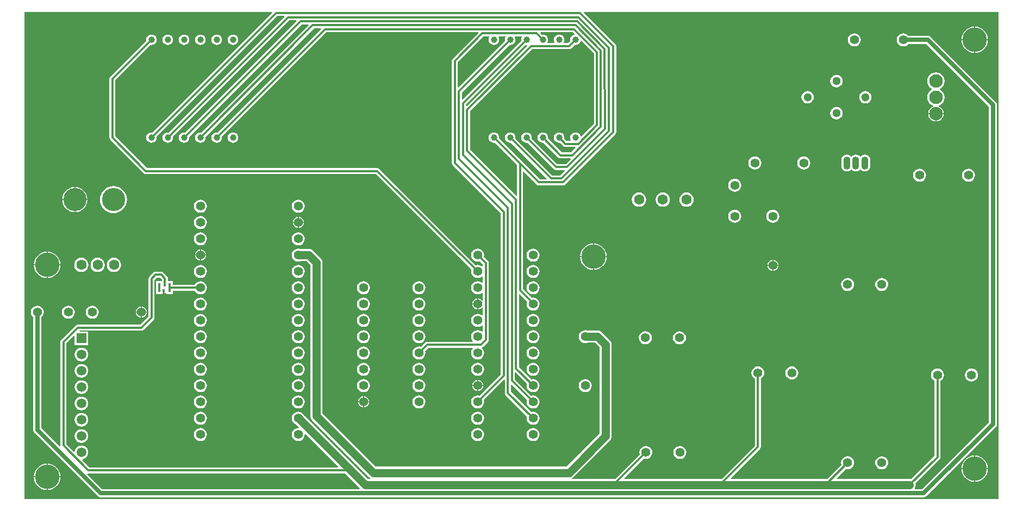
<source format=gtl>
G04*
G04 #@! TF.GenerationSoftware,Altium Limited,Altium Designer,18.1.7 (191)*
G04*
G04 Layer_Physical_Order=1*
G04 Layer_Color=255*
%FSLAX25Y25*%
%MOIN*%
G70*
G01*
G75*
%ADD14C,0.05000*%
%ADD16C,0.01200*%
%ADD17R,0.01575X0.05512*%
%ADD18R,0.01181X0.01968*%
%ADD32C,0.02500*%
%ADD33C,0.14173*%
%ADD34C,0.05906*%
%ADD35R,0.05906X0.05906*%
%ADD36C,0.05512*%
%ADD37C,0.03937*%
%ADD38C,0.06299*%
%ADD39C,0.08268*%
%ADD40C,0.05118*%
%ADD41O,0.04331X0.07874*%
%ADD42O,0.04331X0.07874*%
%ADD43C,0.14961*%
G36*
X338843Y286562D02*
X338795Y286420D01*
X338629Y286069D01*
X337902Y285768D01*
X337240Y285260D01*
X336732Y284598D01*
X336413Y283827D01*
X336304Y283000D01*
X336374Y282470D01*
X334840Y280935D01*
X332475D01*
X332254Y281384D01*
X332268Y281402D01*
X332587Y282173D01*
X332696Y283000D01*
X332587Y283827D01*
X332268Y284598D01*
X331760Y285260D01*
X331098Y285768D01*
X330327Y286087D01*
X329500Y286196D01*
X328673Y286087D01*
X327902Y285768D01*
X327240Y285260D01*
X326732Y284598D01*
X326413Y283827D01*
X326304Y283000D01*
X326413Y282173D01*
X326732Y281402D01*
X326746Y281384D01*
X326525Y280935D01*
X322475D01*
X322254Y281384D01*
X322268Y281402D01*
X322587Y282173D01*
X322696Y283000D01*
X322587Y283827D01*
X322268Y284598D01*
X321760Y285260D01*
X321098Y285768D01*
X320327Y286087D01*
X319500Y286196D01*
X318969Y286126D01*
X317993Y287103D01*
X318184Y287565D01*
X337840D01*
X338843Y286562D01*
D02*
G37*
G36*
X350765Y274640D02*
Y231452D01*
X343049Y223736D01*
X342542Y223936D01*
X342268Y224598D01*
X341760Y225260D01*
X341098Y225768D01*
X340327Y226087D01*
X339500Y226196D01*
X338673Y226087D01*
X337902Y225768D01*
X337240Y225260D01*
X336732Y224598D01*
X336413Y223827D01*
X336304Y223000D01*
X336413Y222173D01*
X336677Y221535D01*
X336446Y221035D01*
X334060D01*
X332626Y222469D01*
X332696Y223000D01*
X332587Y223827D01*
X332268Y224598D01*
X331760Y225260D01*
X331098Y225768D01*
X330327Y226087D01*
X329500Y226196D01*
X328673Y226087D01*
X327902Y225768D01*
X327240Y225260D01*
X326732Y224598D01*
X326413Y223827D01*
X326304Y223000D01*
X326413Y222173D01*
X326732Y221402D01*
X327240Y220740D01*
X327902Y220232D01*
X328673Y219913D01*
X329500Y219804D01*
X330030Y219874D01*
X332002Y217902D01*
X332598Y217504D01*
X333300Y217365D01*
X339418D01*
X339609Y216903D01*
X336671Y213964D01*
X331131D01*
X322626Y222469D01*
X322696Y223000D01*
X322587Y223827D01*
X322268Y224598D01*
X321760Y225260D01*
X321098Y225768D01*
X320327Y226087D01*
X319500Y226196D01*
X318673Y226087D01*
X317902Y225768D01*
X317240Y225260D01*
X316732Y224598D01*
X316413Y223827D01*
X316304Y223000D01*
X316413Y222173D01*
X316732Y221402D01*
X317240Y220740D01*
X317902Y220232D01*
X318673Y219913D01*
X319500Y219804D01*
X320030Y219874D01*
X329073Y210831D01*
X329669Y210433D01*
X330371Y210294D01*
X336245D01*
X336436Y209832D01*
X333498Y206893D01*
X328202D01*
X312626Y222469D01*
X312696Y223000D01*
X312587Y223827D01*
X312268Y224598D01*
X311760Y225260D01*
X311098Y225768D01*
X310327Y226087D01*
X309500Y226196D01*
X308673Y226087D01*
X307902Y225768D01*
X307240Y225260D01*
X306732Y224598D01*
X306413Y223827D01*
X306304Y223000D01*
X306413Y222173D01*
X306732Y221402D01*
X307240Y220740D01*
X307902Y220232D01*
X308673Y219913D01*
X309500Y219804D01*
X310031Y219874D01*
X326144Y203760D01*
X326740Y203362D01*
X327442Y203223D01*
X332874D01*
X333065Y202761D01*
X330127Y199822D01*
X325273D01*
X302626Y222469D01*
X302696Y223000D01*
X302587Y223827D01*
X302268Y224598D01*
X301760Y225260D01*
X301098Y225768D01*
X300327Y226087D01*
X299500Y226196D01*
X298673Y226087D01*
X297902Y225768D01*
X297240Y225260D01*
X296732Y224598D01*
X296413Y223827D01*
X296304Y223000D01*
X296413Y222173D01*
X296732Y221402D01*
X297240Y220740D01*
X297902Y220232D01*
X298673Y219913D01*
X299500Y219804D01*
X300030Y219874D01*
X322026Y197878D01*
X321835Y197416D01*
X317679D01*
X306798Y208298D01*
X292626Y222469D01*
X292696Y223000D01*
X292587Y223827D01*
X292268Y224598D01*
X291760Y225260D01*
X291098Y225768D01*
X290327Y226087D01*
X289500Y226196D01*
X288673Y226087D01*
X287902Y225768D01*
X287240Y225260D01*
X286732Y224598D01*
X286413Y223827D01*
X286304Y223000D01*
X286413Y222173D01*
X286732Y221402D01*
X287240Y220740D01*
X287902Y220232D01*
X288673Y219913D01*
X289500Y219804D01*
X290031Y219874D01*
X303665Y206240D01*
Y187584D01*
X303203Y187393D01*
X274835Y215760D01*
Y239240D01*
X312860Y277265D01*
X335600D01*
X336302Y277404D01*
X336898Y277802D01*
X338969Y279874D01*
X339500Y279804D01*
X340327Y279913D01*
X341098Y280232D01*
X341760Y280740D01*
X342268Y281402D01*
X342569Y282129D01*
X342920Y282295D01*
X343062Y282343D01*
X350765Y274640D01*
D02*
G37*
G36*
X306746Y284616D02*
X306732Y284598D01*
X306413Y283827D01*
X306304Y283000D01*
X306374Y282470D01*
X270297Y246393D01*
X269835Y246584D01*
Y250740D01*
X298970Y279874D01*
X299500Y279804D01*
X300327Y279913D01*
X301098Y280232D01*
X301760Y280740D01*
X302268Y281402D01*
X302587Y282173D01*
X302696Y283000D01*
X302587Y283827D01*
X302268Y284598D01*
X302254Y284616D01*
X302475Y285065D01*
X306525D01*
X306746Y284616D01*
D02*
G37*
G36*
X296746D02*
X296732Y284598D01*
X296413Y283827D01*
X296304Y283000D01*
X296374Y282470D01*
X267797Y253893D01*
X267335Y254084D01*
Y269240D01*
X283160Y285065D01*
X286525D01*
X286746Y284616D01*
X286732Y284598D01*
X286413Y283827D01*
X286304Y283000D01*
X286413Y282173D01*
X286732Y281402D01*
X287240Y280740D01*
X287902Y280232D01*
X288673Y279913D01*
X289500Y279804D01*
X290327Y279913D01*
X291098Y280232D01*
X291760Y280740D01*
X292268Y281402D01*
X292587Y282173D01*
X292696Y283000D01*
X292587Y283827D01*
X292268Y284598D01*
X292254Y284616D01*
X292475Y285065D01*
X296525D01*
X296746Y284616D01*
D02*
G37*
G36*
X309500Y279804D02*
X309545Y279810D01*
X309766Y279362D01*
X272797Y242393D01*
X272335Y242584D01*
Y243240D01*
X308969Y279874D01*
X309500Y279804D01*
D02*
G37*
G36*
X598971Y1529D02*
X1529D01*
X1529Y300000D01*
X153251D01*
X153443Y299538D01*
X80031Y226126D01*
X79500Y226196D01*
X78673Y226087D01*
X77902Y225768D01*
X77240Y225260D01*
X76732Y224598D01*
X76413Y223827D01*
X76304Y223000D01*
X76413Y222173D01*
X76732Y221402D01*
X77240Y220740D01*
X77902Y220232D01*
X78673Y219913D01*
X79500Y219804D01*
X80327Y219913D01*
X81098Y220232D01*
X81760Y220740D01*
X82268Y221402D01*
X82587Y222173D01*
X82696Y223000D01*
X82626Y223531D01*
X156660Y297565D01*
X160816D01*
X161007Y297103D01*
X90030Y226126D01*
X89500Y226196D01*
X88673Y226087D01*
X87902Y225768D01*
X87240Y225260D01*
X86732Y224598D01*
X86413Y223827D01*
X86304Y223000D01*
X86413Y222173D01*
X86732Y221402D01*
X87240Y220740D01*
X87902Y220232D01*
X88673Y219913D01*
X89500Y219804D01*
X90327Y219913D01*
X91098Y220232D01*
X91760Y220740D01*
X92268Y221402D01*
X92587Y222173D01*
X92696Y223000D01*
X92626Y223531D01*
X164060Y294965D01*
X168216D01*
X168407Y294503D01*
X100031Y226126D01*
X99500Y226196D01*
X98673Y226087D01*
X97902Y225768D01*
X97240Y225260D01*
X96732Y224598D01*
X96413Y223827D01*
X96304Y223000D01*
X96413Y222173D01*
X96732Y221402D01*
X97240Y220740D01*
X97902Y220232D01*
X98673Y219913D01*
X99500Y219804D01*
X100327Y219913D01*
X101098Y220232D01*
X101760Y220740D01*
X102268Y221402D01*
X102587Y222173D01*
X102696Y223000D01*
X102626Y223531D01*
X171560Y292465D01*
X175716D01*
X175907Y292003D01*
X110030Y226126D01*
X109500Y226196D01*
X108673Y226087D01*
X107902Y225768D01*
X107240Y225260D01*
X106732Y224598D01*
X106413Y223827D01*
X106304Y223000D01*
X106413Y222173D01*
X106732Y221402D01*
X107240Y220740D01*
X107902Y220232D01*
X108673Y219913D01*
X109500Y219804D01*
X110327Y219913D01*
X111098Y220232D01*
X111760Y220740D01*
X112268Y221402D01*
X112587Y222173D01*
X112696Y223000D01*
X112626Y223531D01*
X179160Y290065D01*
X183316D01*
X183507Y289603D01*
X120030Y226126D01*
X119500Y226196D01*
X118673Y226087D01*
X117902Y225768D01*
X117240Y225260D01*
X116732Y224598D01*
X116413Y223827D01*
X116304Y223000D01*
X116413Y222173D01*
X116732Y221402D01*
X117240Y220740D01*
X117902Y220232D01*
X118673Y219913D01*
X119500Y219804D01*
X120327Y219913D01*
X121098Y220232D01*
X121760Y220740D01*
X122268Y221402D01*
X122587Y222173D01*
X122696Y223000D01*
X122626Y223531D01*
X186660Y287565D01*
X279816Y287565D01*
X280007Y287103D01*
X264202Y271298D01*
X263804Y270702D01*
X263665Y270000D01*
Y207500D01*
X263804Y206798D01*
X264202Y206202D01*
X293665Y176740D01*
Y77760D01*
X280693Y64788D01*
X280533Y64854D01*
X279500Y64990D01*
X278467Y64854D01*
X277505Y64455D01*
X276679Y63821D01*
X276045Y62995D01*
X275646Y62033D01*
X275510Y61000D01*
X275646Y59967D01*
X276045Y59005D01*
X276679Y58179D01*
X277505Y57544D01*
X278467Y57146D01*
X279500Y57010D01*
X280533Y57146D01*
X281495Y57544D01*
X282321Y58179D01*
X282956Y59005D01*
X283354Y59967D01*
X283490Y61000D01*
X283354Y62033D01*
X283288Y62192D01*
X295703Y74607D01*
X296165Y74416D01*
Y66516D01*
X296304Y65813D01*
X296702Y65218D01*
X309728Y52192D01*
X309662Y52033D01*
X309526Y51000D01*
X309662Y49967D01*
X310060Y49005D01*
X310694Y48179D01*
X311521Y47545D01*
X312483Y47146D01*
X313516Y47010D01*
X314548Y47146D01*
X315511Y47545D01*
X316337Y48179D01*
X316971Y49005D01*
X317370Y49967D01*
X317506Y51000D01*
X317370Y52033D01*
X316971Y52995D01*
X316337Y53821D01*
X315511Y54456D01*
X314548Y54854D01*
X313516Y54990D01*
X312483Y54854D01*
X312323Y54788D01*
X299835Y67276D01*
Y71432D01*
X300297Y71623D01*
X309728Y62192D01*
X309662Y62033D01*
X309526Y61000D01*
X309662Y59967D01*
X310060Y59005D01*
X310694Y58179D01*
X311521Y57544D01*
X312483Y57146D01*
X313516Y57010D01*
X314548Y57146D01*
X315511Y57544D01*
X316337Y58179D01*
X316971Y59005D01*
X317370Y59967D01*
X317506Y61000D01*
X317370Y62033D01*
X316971Y62995D01*
X316337Y63821D01*
X315511Y64455D01*
X314548Y64854D01*
X313516Y64990D01*
X312483Y64854D01*
X312323Y64788D01*
X302335Y74776D01*
Y78932D01*
X302797Y79123D01*
X309728Y72193D01*
X309662Y72033D01*
X309526Y71000D01*
X309662Y69967D01*
X310060Y69005D01*
X310694Y68179D01*
X311521Y67545D01*
X312483Y67146D01*
X313516Y67010D01*
X314548Y67146D01*
X315511Y67545D01*
X316337Y68179D01*
X316971Y69005D01*
X317370Y69967D01*
X317506Y71000D01*
X317370Y72033D01*
X316971Y72995D01*
X316337Y73821D01*
X315511Y74455D01*
X314548Y74854D01*
X313516Y74990D01*
X312483Y74854D01*
X312323Y74788D01*
X304835Y82276D01*
Y126916D01*
X305297Y127107D01*
X309870Y122535D01*
X309662Y122033D01*
X309526Y121000D01*
X309662Y119967D01*
X310060Y119005D01*
X310694Y118179D01*
X311521Y117544D01*
X312483Y117146D01*
X313516Y117010D01*
X314548Y117146D01*
X315511Y117544D01*
X316337Y118179D01*
X316971Y119005D01*
X317370Y119967D01*
X317506Y121000D01*
X317370Y122033D01*
X316971Y122995D01*
X316337Y123821D01*
X315511Y124455D01*
X314548Y124854D01*
X313516Y124990D01*
X312711Y124884D01*
X307335Y130260D01*
Y201916D01*
X307797Y202107D01*
X315621Y194283D01*
X316216Y193886D01*
X316919Y193746D01*
X331875D01*
X332578Y193886D01*
X333173Y194283D01*
X363892Y225002D01*
X364289Y225598D01*
X364429Y226300D01*
X364429Y226301D01*
Y279006D01*
X364289Y279709D01*
X363892Y280304D01*
X344657Y299538D01*
X344849Y300000D01*
X598971D01*
X598971Y1529D01*
D02*
G37*
%LPC*%
G36*
X584684Y291080D02*
Y283400D01*
X592364D01*
X592247Y284584D01*
X591785Y286107D01*
X591035Y287511D01*
X590025Y288741D01*
X588795Y289751D01*
X587391Y290501D01*
X585868Y290963D01*
X584684Y291080D01*
D02*
G37*
G36*
X583884D02*
X582700Y290963D01*
X581177Y290501D01*
X579773Y289751D01*
X578543Y288741D01*
X577533Y287511D01*
X576783Y286107D01*
X576321Y284584D01*
X576204Y283400D01*
X583884D01*
Y291080D01*
D02*
G37*
G36*
X129500Y286196D02*
X128673Y286087D01*
X127902Y285768D01*
X127240Y285260D01*
X126732Y284598D01*
X126413Y283827D01*
X126304Y283000D01*
X126413Y282173D01*
X126732Y281402D01*
X127240Y280740D01*
X127902Y280232D01*
X128673Y279913D01*
X129500Y279804D01*
X130327Y279913D01*
X131098Y280232D01*
X131760Y280740D01*
X132268Y281402D01*
X132587Y282173D01*
X132696Y283000D01*
X132587Y283827D01*
X132268Y284598D01*
X131760Y285260D01*
X131098Y285768D01*
X130327Y286087D01*
X129500Y286196D01*
D02*
G37*
G36*
X119500D02*
X118673Y286087D01*
X117902Y285768D01*
X117240Y285260D01*
X116732Y284598D01*
X116413Y283827D01*
X116304Y283000D01*
X116413Y282173D01*
X116732Y281402D01*
X117240Y280740D01*
X117902Y280232D01*
X118673Y279913D01*
X119500Y279804D01*
X120327Y279913D01*
X121098Y280232D01*
X121760Y280740D01*
X122268Y281402D01*
X122587Y282173D01*
X122696Y283000D01*
X122587Y283827D01*
X122268Y284598D01*
X121760Y285260D01*
X121098Y285768D01*
X120327Y286087D01*
X119500Y286196D01*
D02*
G37*
G36*
X109500D02*
X108673Y286087D01*
X107902Y285768D01*
X107240Y285260D01*
X106732Y284598D01*
X106413Y283827D01*
X106304Y283000D01*
X106413Y282173D01*
X106732Y281402D01*
X107240Y280740D01*
X107902Y280232D01*
X108673Y279913D01*
X109500Y279804D01*
X110327Y279913D01*
X111098Y280232D01*
X111760Y280740D01*
X112268Y281402D01*
X112587Y282173D01*
X112696Y283000D01*
X112587Y283827D01*
X112268Y284598D01*
X111760Y285260D01*
X111098Y285768D01*
X110327Y286087D01*
X109500Y286196D01*
D02*
G37*
G36*
X99500D02*
X98673Y286087D01*
X97902Y285768D01*
X97240Y285260D01*
X96732Y284598D01*
X96413Y283827D01*
X96304Y283000D01*
X96413Y282173D01*
X96732Y281402D01*
X97240Y280740D01*
X97902Y280232D01*
X98673Y279913D01*
X99500Y279804D01*
X100327Y279913D01*
X101098Y280232D01*
X101760Y280740D01*
X102268Y281402D01*
X102587Y282173D01*
X102696Y283000D01*
X102587Y283827D01*
X102268Y284598D01*
X101760Y285260D01*
X101098Y285768D01*
X100327Y286087D01*
X99500Y286196D01*
D02*
G37*
G36*
X89500D02*
X88673Y286087D01*
X87902Y285768D01*
X87240Y285260D01*
X86732Y284598D01*
X86413Y283827D01*
X86304Y283000D01*
X86413Y282173D01*
X86732Y281402D01*
X87240Y280740D01*
X87902Y280232D01*
X88673Y279913D01*
X89500Y279804D01*
X90327Y279913D01*
X91098Y280232D01*
X91760Y280740D01*
X92268Y281402D01*
X92587Y282173D01*
X92696Y283000D01*
X92587Y283827D01*
X92268Y284598D01*
X91760Y285260D01*
X91098Y285768D01*
X90327Y286087D01*
X89500Y286196D01*
D02*
G37*
G36*
X79500D02*
X78673Y286087D01*
X77902Y285768D01*
X77240Y285260D01*
X76732Y284598D01*
X76413Y283827D01*
X76304Y283000D01*
X76374Y282470D01*
X54202Y260298D01*
X53804Y259702D01*
X53665Y259000D01*
Y223000D01*
X53804Y222298D01*
X54202Y221702D01*
X74702Y201202D01*
X75298Y200804D01*
X76000Y200665D01*
X217240D01*
X275712Y142192D01*
X275646Y142033D01*
X275510Y141000D01*
X275646Y139967D01*
X276045Y139005D01*
X276679Y138179D01*
X277505Y137545D01*
X278467Y137146D01*
X279500Y137010D01*
X280533Y137146D01*
X281495Y137545D01*
X282165Y138058D01*
X282665Y137849D01*
Y134151D01*
X282165Y133942D01*
X281495Y134456D01*
X280533Y134854D01*
X279500Y134990D01*
X278467Y134854D01*
X277505Y134456D01*
X276679Y133821D01*
X276045Y132995D01*
X275646Y132033D01*
X275510Y131000D01*
X275646Y129967D01*
X276045Y129005D01*
X276679Y128179D01*
X277505Y127544D01*
X278467Y127146D01*
X279500Y127010D01*
X280533Y127146D01*
X281495Y127544D01*
X282165Y128058D01*
X282665Y127849D01*
Y123210D01*
X282165Y123040D01*
X281893Y123393D01*
X281192Y123931D01*
X280376Y124269D01*
X279900Y124332D01*
Y121000D01*
Y117668D01*
X280376Y117730D01*
X281192Y118069D01*
X281893Y118606D01*
X282165Y118960D01*
X282665Y118790D01*
Y114151D01*
X282165Y113942D01*
X281495Y114455D01*
X280533Y114854D01*
X279500Y114990D01*
X278467Y114854D01*
X277505Y114455D01*
X276679Y113821D01*
X276045Y112995D01*
X275646Y112033D01*
X275510Y111000D01*
X275646Y109967D01*
X276045Y109005D01*
X276679Y108179D01*
X277505Y107545D01*
X278467Y107146D01*
X279500Y107010D01*
X280533Y107146D01*
X281495Y107545D01*
X282165Y108058D01*
X282665Y107850D01*
Y104150D01*
X282165Y103942D01*
X281495Y104455D01*
X280533Y104854D01*
X279500Y104990D01*
X278467Y104854D01*
X277505Y104455D01*
X276679Y103821D01*
X276045Y102995D01*
X275646Y102033D01*
X275510Y101000D01*
X275646Y99967D01*
X276045Y99005D01*
X276558Y98335D01*
X276349Y97835D01*
X248516D01*
X247813Y97696D01*
X247218Y97298D01*
X244708Y94788D01*
X244548Y94854D01*
X243516Y94990D01*
X242483Y94854D01*
X241521Y94455D01*
X240694Y93821D01*
X240060Y92995D01*
X239662Y92033D01*
X239526Y91000D01*
X239662Y89967D01*
X240060Y89005D01*
X240694Y88179D01*
X241521Y87545D01*
X242483Y87146D01*
X243516Y87010D01*
X244548Y87146D01*
X245511Y87545D01*
X246337Y88179D01*
X246971Y89005D01*
X247370Y89967D01*
X247506Y91000D01*
X247370Y92033D01*
X247304Y92193D01*
X249276Y94165D01*
X276349D01*
X276558Y93665D01*
X276045Y92995D01*
X275646Y92033D01*
X275510Y91000D01*
X275646Y89967D01*
X276045Y89005D01*
X276679Y88179D01*
X277505Y87545D01*
X278467Y87146D01*
X279500Y87010D01*
X280533Y87146D01*
X281495Y87545D01*
X282321Y88179D01*
X282956Y89005D01*
X283354Y89967D01*
X283490Y91000D01*
X283354Y92033D01*
X282956Y92995D01*
X282321Y93821D01*
X282316Y93825D01*
X282295Y93918D01*
X282368Y94415D01*
X282798Y94702D01*
X285798Y97702D01*
X286196Y98298D01*
X286335Y99000D01*
Y146000D01*
X286196Y146702D01*
X285798Y147298D01*
X283288Y149808D01*
X283354Y149967D01*
X283490Y151000D01*
X283354Y152033D01*
X282956Y152995D01*
X282321Y153821D01*
X281495Y154455D01*
X280533Y154854D01*
X279500Y154990D01*
X278467Y154854D01*
X277505Y154455D01*
X276679Y153821D01*
X276045Y152995D01*
X275646Y152033D01*
X275510Y151000D01*
X275646Y149967D01*
X276045Y149005D01*
X276679Y148179D01*
X277505Y147545D01*
X278467Y147146D01*
X279500Y147010D01*
X280533Y147146D01*
X280693Y147212D01*
X282665Y145240D01*
Y144150D01*
X282165Y143942D01*
X281495Y144456D01*
X280533Y144854D01*
X279500Y144990D01*
X278467Y144854D01*
X278308Y144788D01*
X219298Y203798D01*
X218702Y204196D01*
X218000Y204335D01*
X76760D01*
X57335Y223760D01*
Y258240D01*
X78969Y279874D01*
X79500Y279804D01*
X80327Y279913D01*
X81098Y280232D01*
X81760Y280740D01*
X82268Y281402D01*
X82587Y282173D01*
X82696Y283000D01*
X82587Y283827D01*
X82268Y284598D01*
X81760Y285260D01*
X81098Y285768D01*
X80327Y286087D01*
X79500Y286196D01*
D02*
G37*
G36*
X510500Y286990D02*
X509467Y286854D01*
X508505Y286455D01*
X507679Y285821D01*
X507045Y284995D01*
X506646Y284033D01*
X506510Y283000D01*
X506646Y281967D01*
X507045Y281005D01*
X507679Y280179D01*
X508505Y279544D01*
X509467Y279146D01*
X510500Y279010D01*
X511533Y279146D01*
X512495Y279544D01*
X513321Y280179D01*
X513955Y281005D01*
X514354Y281967D01*
X514490Y283000D01*
X514354Y284033D01*
X513955Y284995D01*
X513321Y285821D01*
X512495Y286455D01*
X511533Y286854D01*
X510500Y286990D01*
D02*
G37*
G36*
X592364Y282600D02*
X584684D01*
Y274920D01*
X585868Y275037D01*
X587391Y275499D01*
X588795Y276249D01*
X590025Y277259D01*
X591035Y278489D01*
X591785Y279893D01*
X592247Y281416D01*
X592364Y282600D01*
D02*
G37*
G36*
X583884D02*
X576204D01*
X576321Y281416D01*
X576783Y279893D01*
X577533Y278489D01*
X578543Y277259D01*
X579773Y276249D01*
X581177Y275499D01*
X582700Y275037D01*
X583884Y274920D01*
Y282600D01*
D02*
G37*
G36*
X499500Y261476D02*
X498519Y261347D01*
X497604Y260969D01*
X496819Y260366D01*
X496216Y259581D01*
X495838Y258666D01*
X495709Y257685D01*
X495838Y256704D01*
X496216Y255789D01*
X496819Y255004D01*
X497604Y254401D01*
X498519Y254023D01*
X499500Y253894D01*
X500481Y254023D01*
X501396Y254401D01*
X502181Y255004D01*
X502783Y255789D01*
X503162Y256704D01*
X503292Y257685D01*
X503162Y258666D01*
X502783Y259581D01*
X502181Y260366D01*
X501396Y260969D01*
X500481Y261347D01*
X499500Y261476D01*
D02*
G37*
G36*
X517216Y251634D02*
X516235Y251505D01*
X515321Y251126D01*
X514536Y250523D01*
X513933Y249738D01*
X513554Y248824D01*
X513425Y247843D01*
X513554Y246861D01*
X513933Y245947D01*
X514536Y245162D01*
X515321Y244559D01*
X516235Y244180D01*
X517216Y244051D01*
X518198Y244180D01*
X519112Y244559D01*
X519898Y245162D01*
X520500Y245947D01*
X520879Y246861D01*
X521008Y247843D01*
X520879Y248824D01*
X520500Y249738D01*
X519898Y250523D01*
X519112Y251126D01*
X518198Y251505D01*
X517216Y251634D01*
D02*
G37*
G36*
X481783D02*
X480802Y251505D01*
X479888Y251126D01*
X479103Y250523D01*
X478500Y249738D01*
X478121Y248824D01*
X477992Y247843D01*
X478121Y246861D01*
X478500Y245947D01*
X479103Y245162D01*
X479888Y244559D01*
X480802Y244180D01*
X481783Y244051D01*
X482765Y244180D01*
X483679Y244559D01*
X484464Y245162D01*
X485067Y245947D01*
X485446Y246861D01*
X485575Y247843D01*
X485446Y248824D01*
X485067Y249738D01*
X484464Y250523D01*
X483679Y251126D01*
X482765Y251505D01*
X481783Y251634D01*
D02*
G37*
G36*
X560500Y263065D02*
X559108Y262882D01*
X557810Y262344D01*
X556696Y261489D01*
X555841Y260375D01*
X555303Y259078D01*
X555120Y257685D01*
X555303Y256293D01*
X555841Y254995D01*
X556696Y253881D01*
X557810Y253026D01*
X558029Y252935D01*
Y252435D01*
X557810Y252344D01*
X556696Y251489D01*
X555841Y250375D01*
X555303Y249078D01*
X555120Y247685D01*
X555303Y246293D01*
X555841Y244995D01*
X556696Y243881D01*
X557810Y243026D01*
X558764Y242631D01*
Y242090D01*
X558113Y241820D01*
X557124Y241061D01*
X556365Y240072D01*
X555888Y238921D01*
X555778Y238085D01*
X560500D01*
X565222D01*
X565112Y238921D01*
X564635Y240072D01*
X563876Y241061D01*
X562887Y241820D01*
X562236Y242090D01*
Y242631D01*
X563190Y243026D01*
X564304Y243881D01*
X565159Y244995D01*
X565697Y246293D01*
X565880Y247685D01*
X565697Y249078D01*
X565159Y250375D01*
X564304Y251489D01*
X563190Y252344D01*
X562970Y252435D01*
Y252935D01*
X563190Y253026D01*
X564304Y253881D01*
X565159Y254995D01*
X565697Y256293D01*
X565880Y257685D01*
X565697Y259078D01*
X565159Y260375D01*
X564304Y261489D01*
X563190Y262344D01*
X561892Y262882D01*
X560500Y263065D01*
D02*
G37*
G36*
X499500Y241792D02*
X498519Y241662D01*
X497604Y241283D01*
X496819Y240681D01*
X496216Y239896D01*
X495838Y238981D01*
X495709Y238000D01*
X495838Y237019D01*
X496216Y236104D01*
X496819Y235319D01*
X497604Y234717D01*
X498519Y234338D01*
X499500Y234208D01*
X500481Y234338D01*
X501396Y234717D01*
X502181Y235319D01*
X502783Y236104D01*
X503162Y237019D01*
X503292Y238000D01*
X503162Y238981D01*
X502783Y239896D01*
X502181Y240681D01*
X501396Y241283D01*
X500481Y241662D01*
X499500Y241792D01*
D02*
G37*
G36*
X565222Y237285D02*
X560900D01*
Y232963D01*
X561736Y233073D01*
X562887Y233550D01*
X563876Y234309D01*
X564635Y235298D01*
X565112Y236449D01*
X565222Y237285D01*
D02*
G37*
G36*
X560100D02*
X555778D01*
X555888Y236449D01*
X556365Y235298D01*
X557124Y234309D01*
X558113Y233550D01*
X559264Y233073D01*
X560100Y232963D01*
Y237285D01*
D02*
G37*
G36*
X129500Y226196D02*
X128673Y226087D01*
X127902Y225768D01*
X127240Y225260D01*
X126732Y224598D01*
X126413Y223827D01*
X126304Y223000D01*
X126413Y222173D01*
X126732Y221402D01*
X127240Y220740D01*
X127902Y220232D01*
X128673Y219913D01*
X129500Y219804D01*
X130327Y219913D01*
X131098Y220232D01*
X131760Y220740D01*
X132268Y221402D01*
X132587Y222173D01*
X132696Y223000D01*
X132587Y223827D01*
X132268Y224598D01*
X131760Y225260D01*
X131098Y225768D01*
X130327Y226087D01*
X129500Y226196D01*
D02*
G37*
G36*
X516905Y212666D02*
X516027Y212550D01*
X515208Y212211D01*
X514505Y211672D01*
X514405Y211542D01*
X513905D01*
X513806Y211672D01*
X513103Y212211D01*
X512284Y212550D01*
X511406Y212666D01*
X510527Y212550D01*
X509708Y212211D01*
X509005Y211672D01*
X508906Y211542D01*
X508405D01*
X508306Y211672D01*
X507603Y212211D01*
X506784Y212550D01*
X505905Y212666D01*
X505027Y212550D01*
X504208Y212211D01*
X503505Y211672D01*
X502966Y210969D01*
X502627Y210150D01*
X502511Y209272D01*
Y205728D01*
X502627Y204850D01*
X502966Y204031D01*
X503505Y203328D01*
X504208Y202789D01*
X505027Y202450D01*
X505905Y202334D01*
X506784Y202450D01*
X507603Y202789D01*
X508306Y203328D01*
X508405Y203458D01*
X508906D01*
X509005Y203328D01*
X509708Y202789D01*
X510527Y202450D01*
X511406Y202334D01*
X512284Y202450D01*
X513103Y202789D01*
X513806Y203328D01*
X513905Y203458D01*
X514405D01*
X514505Y203328D01*
X515208Y202789D01*
X516027Y202450D01*
X516905Y202334D01*
X517784Y202450D01*
X518603Y202789D01*
X519306Y203328D01*
X519845Y204031D01*
X520184Y204850D01*
X520300Y205728D01*
Y209272D01*
X520184Y210150D01*
X519845Y210969D01*
X519306Y211672D01*
X518603Y212211D01*
X517784Y212550D01*
X516905Y212666D01*
D02*
G37*
G36*
X479501Y211490D02*
X478468Y211354D01*
X477506Y210956D01*
X476679Y210321D01*
X476045Y209495D01*
X475647Y208533D01*
X475511Y207500D01*
X475647Y206467D01*
X476045Y205505D01*
X476679Y204679D01*
X477506Y204045D01*
X478468Y203646D01*
X479501Y203510D01*
X480533Y203646D01*
X481496Y204045D01*
X482322Y204679D01*
X482956Y205505D01*
X483355Y206467D01*
X483491Y207500D01*
X483355Y208533D01*
X482956Y209495D01*
X482322Y210321D01*
X481496Y210956D01*
X480533Y211354D01*
X479501Y211490D01*
D02*
G37*
G36*
X449501D02*
X448468Y211354D01*
X447506Y210956D01*
X446679Y210321D01*
X446045Y209495D01*
X445647Y208533D01*
X445511Y207500D01*
X445647Y206467D01*
X446045Y205505D01*
X446679Y204679D01*
X447506Y204045D01*
X448468Y203646D01*
X449501Y203510D01*
X450533Y203646D01*
X451496Y204045D01*
X452322Y204679D01*
X452956Y205505D01*
X453355Y206467D01*
X453491Y207500D01*
X453355Y208533D01*
X452956Y209495D01*
X452322Y210321D01*
X451496Y210956D01*
X450533Y211354D01*
X449501Y211490D01*
D02*
G37*
G36*
X580500Y203990D02*
X579467Y203854D01*
X578505Y203455D01*
X577679Y202821D01*
X577044Y201995D01*
X576646Y201033D01*
X576510Y200000D01*
X576646Y198967D01*
X577044Y198005D01*
X577679Y197179D01*
X578505Y196545D01*
X579467Y196146D01*
X580500Y196010D01*
X581533Y196146D01*
X582495Y196545D01*
X583321Y197179D01*
X583955Y198005D01*
X584354Y198967D01*
X584490Y200000D01*
X584354Y201033D01*
X583955Y201995D01*
X583321Y202821D01*
X582495Y203455D01*
X581533Y203854D01*
X580500Y203990D01*
D02*
G37*
G36*
X550500D02*
X549467Y203854D01*
X548505Y203455D01*
X547679Y202821D01*
X547045Y201995D01*
X546646Y201033D01*
X546510Y200000D01*
X546646Y198967D01*
X547045Y198005D01*
X547679Y197179D01*
X548505Y196545D01*
X549467Y196146D01*
X550500Y196010D01*
X551533Y196146D01*
X552495Y196545D01*
X553321Y197179D01*
X553956Y198005D01*
X554354Y198967D01*
X554490Y200000D01*
X554354Y201033D01*
X553956Y201995D01*
X553321Y202821D01*
X552495Y203455D01*
X551533Y203854D01*
X550500Y203990D01*
D02*
G37*
G36*
X437208Y197790D02*
X436175Y197654D01*
X435213Y197256D01*
X434386Y196621D01*
X433752Y195795D01*
X433354Y194833D01*
X433218Y193800D01*
X433354Y192767D01*
X433752Y191805D01*
X434386Y190979D01*
X435213Y190345D01*
X436175Y189946D01*
X437208Y189810D01*
X438241Y189946D01*
X439203Y190345D01*
X440029Y190979D01*
X440663Y191805D01*
X441062Y192767D01*
X441198Y193800D01*
X441062Y194833D01*
X440663Y195795D01*
X440029Y196621D01*
X439203Y197256D01*
X438241Y197654D01*
X437208Y197790D01*
D02*
G37*
G36*
X32900Y192684D02*
Y185400D01*
X40184D01*
X40075Y186507D01*
X39636Y187956D01*
X38922Y189291D01*
X37962Y190462D01*
X36791Y191422D01*
X35456Y192136D01*
X34007Y192575D01*
X32900Y192684D01*
D02*
G37*
G36*
X32100D02*
X30993Y192575D01*
X29544Y192136D01*
X28209Y191422D01*
X27038Y190462D01*
X26078Y189291D01*
X25364Y187956D01*
X24925Y186507D01*
X24816Y185400D01*
X32100D01*
Y192684D01*
D02*
G37*
G36*
X407567Y189387D02*
X406431Y189238D01*
X405373Y188799D01*
X404465Y188102D01*
X403767Y187194D01*
X403329Y186135D01*
X403180Y185000D01*
X403329Y183864D01*
X403767Y182806D01*
X404465Y181898D01*
X405373Y181201D01*
X406431Y180762D01*
X407567Y180613D01*
X408702Y180762D01*
X409761Y181201D01*
X410669Y181898D01*
X411366Y182806D01*
X411805Y183864D01*
X411954Y185000D01*
X411805Y186135D01*
X411366Y187194D01*
X410669Y188102D01*
X409761Y188799D01*
X408702Y189238D01*
X407567Y189387D01*
D02*
G37*
G36*
X393000D02*
X391864Y189238D01*
X390806Y188799D01*
X389898Y188102D01*
X389201Y187194D01*
X388762Y186135D01*
X388613Y185000D01*
X388762Y183864D01*
X389201Y182806D01*
X389898Y181898D01*
X390806Y181201D01*
X391864Y180762D01*
X393000Y180613D01*
X394135Y180762D01*
X395194Y181201D01*
X396102Y181898D01*
X396799Y182806D01*
X397238Y183864D01*
X397387Y185000D01*
X397238Y186135D01*
X396799Y187194D01*
X396102Y188102D01*
X395194Y188799D01*
X394135Y189238D01*
X393000Y189387D01*
D02*
G37*
G36*
X378433D02*
X377298Y189238D01*
X376239Y188799D01*
X375331Y188102D01*
X374634Y187194D01*
X374195Y186135D01*
X374046Y185000D01*
X374195Y183864D01*
X374634Y182806D01*
X375331Y181898D01*
X376239Y181201D01*
X377298Y180762D01*
X378433Y180613D01*
X379569Y180762D01*
X380627Y181201D01*
X381535Y181898D01*
X382232Y182806D01*
X382671Y183864D01*
X382820Y185000D01*
X382671Y186135D01*
X382232Y187194D01*
X381535Y188102D01*
X380627Y188799D01*
X379569Y189238D01*
X378433Y189387D01*
D02*
G37*
G36*
X40184Y184600D02*
X32900D01*
Y177316D01*
X34007Y177425D01*
X35456Y177864D01*
X36791Y178578D01*
X37962Y179538D01*
X38922Y180709D01*
X39636Y182044D01*
X40075Y183493D01*
X40184Y184600D01*
D02*
G37*
G36*
X32100D02*
X24816D01*
X24925Y183493D01*
X25364Y182044D01*
X26078Y180709D01*
X27038Y179538D01*
X28209Y178578D01*
X29544Y177864D01*
X30993Y177425D01*
X32100Y177316D01*
Y184600D01*
D02*
G37*
G36*
X169500Y184990D02*
X168467Y184854D01*
X167505Y184456D01*
X166679Y183821D01*
X166044Y182995D01*
X165646Y182033D01*
X165510Y181000D01*
X165646Y179967D01*
X166044Y179005D01*
X166679Y178179D01*
X167505Y177544D01*
X168467Y177146D01*
X169500Y177010D01*
X170533Y177146D01*
X171495Y177544D01*
X172321Y178179D01*
X172956Y179005D01*
X173354Y179967D01*
X173490Y181000D01*
X173354Y182033D01*
X172956Y182995D01*
X172321Y183821D01*
X171495Y184456D01*
X170533Y184854D01*
X169500Y184990D01*
D02*
G37*
G36*
X109500D02*
X108467Y184854D01*
X107505Y184456D01*
X106679Y183821D01*
X106044Y182995D01*
X105646Y182033D01*
X105510Y181000D01*
X105646Y179967D01*
X106044Y179005D01*
X106679Y178179D01*
X107505Y177544D01*
X108467Y177146D01*
X109500Y177010D01*
X110533Y177146D01*
X111495Y177544D01*
X112321Y178179D01*
X112955Y179005D01*
X113354Y179967D01*
X113490Y181000D01*
X113354Y182033D01*
X112955Y182995D01*
X112321Y183821D01*
X111495Y184456D01*
X110533Y184854D01*
X109500Y184990D01*
D02*
G37*
G36*
X56122Y193327D02*
X54498Y193167D01*
X52936Y192693D01*
X51496Y191923D01*
X50234Y190888D01*
X49199Y189626D01*
X48429Y188187D01*
X47955Y186625D01*
X47795Y185000D01*
X47955Y183376D01*
X48429Y181814D01*
X49199Y180374D01*
X50234Y179112D01*
X51496Y178077D01*
X52936Y177307D01*
X54498Y176833D01*
X56122Y176673D01*
X57746Y176833D01*
X59308Y177307D01*
X60748Y178077D01*
X62010Y179112D01*
X63046Y180374D01*
X63815Y181814D01*
X64289Y183376D01*
X64449Y185000D01*
X64289Y186625D01*
X63815Y188187D01*
X63046Y189626D01*
X62010Y190888D01*
X60748Y191923D01*
X59308Y192693D01*
X57746Y193167D01*
X56122Y193327D01*
D02*
G37*
G36*
X169900Y174332D02*
Y171400D01*
X172832D01*
X172769Y171876D01*
X172431Y172692D01*
X171894Y173393D01*
X171192Y173931D01*
X170376Y174269D01*
X169900Y174332D01*
D02*
G37*
G36*
X169100D02*
X168624Y174269D01*
X167808Y173931D01*
X167106Y173393D01*
X166569Y172692D01*
X166230Y171876D01*
X166168Y171400D01*
X169100D01*
Y174332D01*
D02*
G37*
G36*
X460500Y178797D02*
X459467Y178661D01*
X458505Y178262D01*
X457679Y177628D01*
X457045Y176802D01*
X456646Y175839D01*
X456510Y174806D01*
X456646Y173774D01*
X457045Y172811D01*
X457679Y171985D01*
X458505Y171351D01*
X459467Y170952D01*
X460500Y170816D01*
X461533Y170952D01*
X462495Y171351D01*
X463321Y171985D01*
X463955Y172811D01*
X464354Y173774D01*
X464490Y174806D01*
X464354Y175839D01*
X463955Y176802D01*
X463321Y177628D01*
X462495Y178262D01*
X461533Y178661D01*
X460500Y178797D01*
D02*
G37*
G36*
X437209D02*
X436176Y178661D01*
X435214Y178262D01*
X434387Y177628D01*
X433753Y176802D01*
X433355Y175839D01*
X433218Y174806D01*
X433355Y173774D01*
X433753Y172811D01*
X434387Y171985D01*
X435214Y171351D01*
X436176Y170952D01*
X437209Y170816D01*
X438241Y170952D01*
X439204Y171351D01*
X440030Y171985D01*
X440664Y172811D01*
X441063Y173774D01*
X441199Y174806D01*
X441063Y175839D01*
X440664Y176802D01*
X440030Y177628D01*
X439204Y178262D01*
X438241Y178661D01*
X437209Y178797D01*
D02*
G37*
G36*
X172832Y170600D02*
X169900D01*
Y167668D01*
X170376Y167730D01*
X171192Y168069D01*
X171894Y168606D01*
X172431Y169308D01*
X172769Y170124D01*
X172832Y170600D01*
D02*
G37*
G36*
X169100D02*
X166168D01*
X166230Y170124D01*
X166569Y169308D01*
X167106Y168606D01*
X167808Y168069D01*
X168624Y167730D01*
X169100Y167668D01*
Y170600D01*
D02*
G37*
G36*
X109500Y174990D02*
X108467Y174854D01*
X107505Y174455D01*
X106679Y173821D01*
X106044Y172995D01*
X105646Y172033D01*
X105510Y171000D01*
X105646Y169967D01*
X106044Y169005D01*
X106679Y168179D01*
X107505Y167544D01*
X108467Y167146D01*
X109500Y167010D01*
X110533Y167146D01*
X111495Y167544D01*
X112321Y168179D01*
X112955Y169005D01*
X113354Y169967D01*
X113490Y171000D01*
X113354Y172033D01*
X112955Y172995D01*
X112321Y173821D01*
X111495Y174455D01*
X110533Y174854D01*
X109500Y174990D01*
D02*
G37*
G36*
X169500Y164990D02*
X168467Y164854D01*
X167505Y164455D01*
X166679Y163821D01*
X166044Y162995D01*
X165646Y162033D01*
X165510Y161000D01*
X165646Y159967D01*
X166044Y159005D01*
X166679Y158179D01*
X167505Y157545D01*
X168467Y157146D01*
X169500Y157010D01*
X170533Y157146D01*
X171495Y157545D01*
X172321Y158179D01*
X172956Y159005D01*
X173354Y159967D01*
X173490Y161000D01*
X173354Y162033D01*
X172956Y162995D01*
X172321Y163821D01*
X171495Y164455D01*
X170533Y164854D01*
X169500Y164990D01*
D02*
G37*
G36*
X109500D02*
X108467Y164854D01*
X107505Y164455D01*
X106679Y163821D01*
X106044Y162995D01*
X105646Y162033D01*
X105510Y161000D01*
X105646Y159967D01*
X106044Y159005D01*
X106679Y158179D01*
X107505Y157545D01*
X108467Y157146D01*
X109500Y157010D01*
X110533Y157146D01*
X111495Y157545D01*
X112321Y158179D01*
X112955Y159005D01*
X113354Y159967D01*
X113490Y161000D01*
X113354Y162033D01*
X112955Y162995D01*
X112321Y163821D01*
X111495Y164455D01*
X110533Y164854D01*
X109500Y164990D01*
D02*
G37*
G36*
X109900Y154332D02*
Y151400D01*
X112832D01*
X112769Y151876D01*
X112431Y152692D01*
X111893Y153393D01*
X111192Y153931D01*
X110376Y154270D01*
X109900Y154332D01*
D02*
G37*
G36*
X109100D02*
X108624Y154270D01*
X107808Y153931D01*
X107106Y153393D01*
X106569Y152692D01*
X106230Y151876D01*
X106168Y151400D01*
X109100D01*
Y154332D01*
D02*
G37*
G36*
X350900Y158080D02*
Y150400D01*
X358580D01*
X358463Y151584D01*
X358001Y153107D01*
X357251Y154511D01*
X356241Y155741D01*
X355011Y156751D01*
X353607Y157501D01*
X352084Y157963D01*
X350900Y158080D01*
D02*
G37*
G36*
X350100D02*
X348916Y157963D01*
X347393Y157501D01*
X345989Y156751D01*
X344759Y155741D01*
X343749Y154511D01*
X342999Y153107D01*
X342537Y151584D01*
X342420Y150400D01*
X350100D01*
Y158080D01*
D02*
G37*
G36*
X112832Y150600D02*
X109900D01*
Y147668D01*
X110376Y147731D01*
X111192Y148069D01*
X111893Y148607D01*
X112431Y149308D01*
X112769Y150124D01*
X112832Y150600D01*
D02*
G37*
G36*
X109100D02*
X106168D01*
X106230Y150124D01*
X106569Y149308D01*
X107106Y148607D01*
X107808Y148069D01*
X108624Y147731D01*
X109100Y147668D01*
Y150600D01*
D02*
G37*
G36*
X313516Y154990D02*
X312483Y154854D01*
X311521Y154455D01*
X310694Y153821D01*
X310060Y152995D01*
X309662Y152033D01*
X309526Y151000D01*
X309662Y149967D01*
X310060Y149005D01*
X310694Y148179D01*
X311521Y147545D01*
X312483Y147146D01*
X313516Y147010D01*
X314548Y147146D01*
X315511Y147545D01*
X316337Y148179D01*
X316971Y149005D01*
X317370Y149967D01*
X317506Y151000D01*
X317370Y152033D01*
X316971Y152995D01*
X316337Y153821D01*
X315511Y154455D01*
X314548Y154854D01*
X313516Y154990D01*
D02*
G37*
G36*
X15900Y153080D02*
Y145400D01*
X23580D01*
X23463Y146584D01*
X23001Y148107D01*
X22251Y149511D01*
X21241Y150741D01*
X20011Y151751D01*
X18607Y152501D01*
X17084Y152963D01*
X15900Y153080D01*
D02*
G37*
G36*
X15100D02*
X13916Y152963D01*
X12393Y152501D01*
X10989Y151751D01*
X9759Y150741D01*
X8749Y149511D01*
X7999Y148107D01*
X7537Y146584D01*
X7420Y145400D01*
X15100D01*
Y153080D01*
D02*
G37*
G36*
X460900Y148139D02*
Y145206D01*
X463832D01*
X463769Y145683D01*
X463431Y146499D01*
X462893Y147200D01*
X462192Y147738D01*
X461376Y148076D01*
X460900Y148139D01*
D02*
G37*
G36*
X460100Y148139D02*
X459624Y148076D01*
X458808Y147738D01*
X458107Y147200D01*
X457569Y146499D01*
X457231Y145683D01*
X457168Y145206D01*
X460100D01*
Y148139D01*
D02*
G37*
G36*
X358580Y149600D02*
X350900D01*
Y141920D01*
X352084Y142037D01*
X353607Y142499D01*
X355011Y143249D01*
X356241Y144259D01*
X357251Y145489D01*
X358001Y146893D01*
X358463Y148416D01*
X358580Y149600D01*
D02*
G37*
G36*
X350100D02*
X342420D01*
X342537Y148416D01*
X342999Y146893D01*
X343749Y145489D01*
X344759Y144259D01*
X345989Y143249D01*
X347393Y142499D01*
X348916Y142037D01*
X350100Y141920D01*
Y149600D01*
D02*
G37*
G36*
X460100Y144406D02*
X457168D01*
X457231Y143930D01*
X457569Y143114D01*
X458107Y142413D01*
X458808Y141875D01*
X459624Y141537D01*
X460100Y141474D01*
Y144406D01*
D02*
G37*
G36*
X463832D02*
X460900D01*
Y141474D01*
X461376Y141537D01*
X462192Y141875D01*
X462893Y142413D01*
X463431Y143114D01*
X463769Y143930D01*
X463832Y144406D01*
D02*
G37*
G36*
X56500Y149387D02*
X55365Y149238D01*
X54306Y148799D01*
X53398Y148102D01*
X52701Y147194D01*
X52262Y146135D01*
X52113Y145000D01*
X52262Y143865D01*
X52701Y142806D01*
X53398Y141898D01*
X54306Y141201D01*
X55365Y140762D01*
X56500Y140613D01*
X57635Y140762D01*
X58694Y141201D01*
X59602Y141898D01*
X60299Y142806D01*
X60738Y143865D01*
X60887Y145000D01*
X60738Y146135D01*
X60299Y147194D01*
X59602Y148102D01*
X58694Y148799D01*
X57635Y149238D01*
X56500Y149387D01*
D02*
G37*
G36*
X46500D02*
X45364Y149238D01*
X44306Y148799D01*
X43398Y148102D01*
X42701Y147194D01*
X42262Y146135D01*
X42113Y145000D01*
X42262Y143865D01*
X42701Y142806D01*
X43398Y141898D01*
X44306Y141201D01*
X45364Y140762D01*
X46500Y140613D01*
X47635Y140762D01*
X48693Y141201D01*
X49602Y141898D01*
X50299Y142806D01*
X50738Y143865D01*
X50887Y145000D01*
X50738Y146135D01*
X50299Y147194D01*
X49602Y148102D01*
X48693Y148799D01*
X47635Y149238D01*
X46500Y149387D01*
D02*
G37*
G36*
X36500D02*
X35364Y149238D01*
X34306Y148799D01*
X33398Y148102D01*
X32701Y147194D01*
X32262Y146135D01*
X32113Y145000D01*
X32262Y143865D01*
X32701Y142806D01*
X33398Y141898D01*
X34306Y141201D01*
X35364Y140762D01*
X36500Y140613D01*
X37635Y140762D01*
X38693Y141201D01*
X39602Y141898D01*
X40299Y142806D01*
X40738Y143865D01*
X40887Y145000D01*
X40738Y146135D01*
X40299Y147194D01*
X39602Y148102D01*
X38693Y148799D01*
X37635Y149238D01*
X36500Y149387D01*
D02*
G37*
G36*
X313516Y144990D02*
X312483Y144854D01*
X311521Y144456D01*
X310694Y143821D01*
X310060Y142995D01*
X309662Y142033D01*
X309526Y141000D01*
X309662Y139967D01*
X310060Y139005D01*
X310694Y138179D01*
X311521Y137545D01*
X312483Y137146D01*
X313516Y137010D01*
X314548Y137146D01*
X315511Y137545D01*
X316337Y138179D01*
X316971Y139005D01*
X317370Y139967D01*
X317506Y141000D01*
X317370Y142033D01*
X316971Y142995D01*
X316337Y143821D01*
X315511Y144456D01*
X314548Y144854D01*
X313516Y144990D01*
D02*
G37*
G36*
X169500D02*
X168467Y144854D01*
X167505Y144456D01*
X166679Y143821D01*
X166044Y142995D01*
X165646Y142033D01*
X165510Y141000D01*
X165646Y139967D01*
X166044Y139005D01*
X166679Y138179D01*
X167505Y137545D01*
X168467Y137146D01*
X169500Y137010D01*
X170533Y137146D01*
X171495Y137545D01*
X172321Y138179D01*
X172956Y139005D01*
X173354Y139967D01*
X173490Y141000D01*
X173354Y142033D01*
X172956Y142995D01*
X172321Y143821D01*
X171495Y144456D01*
X170533Y144854D01*
X169500Y144990D01*
D02*
G37*
G36*
X109500D02*
X108467Y144854D01*
X107505Y144456D01*
X106679Y143821D01*
X106044Y142995D01*
X105646Y142033D01*
X105510Y141000D01*
X105646Y139967D01*
X106044Y139005D01*
X106679Y138179D01*
X107505Y137545D01*
X108467Y137146D01*
X109500Y137010D01*
X110533Y137146D01*
X111495Y137545D01*
X112321Y138179D01*
X112955Y139005D01*
X113354Y139967D01*
X113490Y141000D01*
X113354Y142033D01*
X112955Y142995D01*
X112321Y143821D01*
X111495Y144456D01*
X110533Y144854D01*
X109500Y144990D01*
D02*
G37*
G36*
X23580Y144600D02*
X15900D01*
Y136920D01*
X17084Y137037D01*
X18607Y137499D01*
X20011Y138249D01*
X21241Y139259D01*
X22251Y140489D01*
X23001Y141893D01*
X23463Y143416D01*
X23580Y144600D01*
D02*
G37*
G36*
X15100D02*
X7420D01*
X7537Y143416D01*
X7999Y141893D01*
X8749Y140489D01*
X9759Y139259D01*
X10989Y138249D01*
X12393Y137499D01*
X13916Y137037D01*
X15100Y136920D01*
Y144600D01*
D02*
G37*
G36*
X527272Y136990D02*
X526239Y136854D01*
X525277Y136456D01*
X524450Y135821D01*
X523816Y134995D01*
X523418Y134033D01*
X523282Y133000D01*
X523418Y131967D01*
X523816Y131005D01*
X524450Y130179D01*
X525277Y129544D01*
X526239Y129146D01*
X527272Y129010D01*
X528304Y129146D01*
X529267Y129544D01*
X530093Y130179D01*
X530727Y131005D01*
X531126Y131967D01*
X531262Y133000D01*
X531126Y134033D01*
X530727Y134995D01*
X530093Y135821D01*
X529267Y136456D01*
X528304Y136854D01*
X527272Y136990D01*
D02*
G37*
G36*
X506405D02*
X505373Y136854D01*
X504411Y136456D01*
X503584Y135821D01*
X502950Y134995D01*
X502551Y134033D01*
X502416Y133000D01*
X502551Y131967D01*
X502950Y131005D01*
X503584Y130179D01*
X504411Y129544D01*
X505373Y129146D01*
X506405Y129010D01*
X507438Y129146D01*
X508400Y129544D01*
X509227Y130179D01*
X509861Y131005D01*
X510260Y131967D01*
X510395Y133000D01*
X510260Y134033D01*
X509861Y134995D01*
X509227Y135821D01*
X508400Y136456D01*
X507438Y136854D01*
X506405Y136990D01*
D02*
G37*
G36*
X313516Y134990D02*
X312483Y134854D01*
X311521Y134456D01*
X310694Y133821D01*
X310060Y132995D01*
X309662Y132033D01*
X309526Y131000D01*
X309662Y129967D01*
X310060Y129005D01*
X310694Y128179D01*
X311521Y127544D01*
X312483Y127146D01*
X313516Y127010D01*
X314548Y127146D01*
X315511Y127544D01*
X316337Y128179D01*
X316971Y129005D01*
X317370Y129967D01*
X317506Y131000D01*
X317370Y132033D01*
X316971Y132995D01*
X316337Y133821D01*
X315511Y134456D01*
X314548Y134854D01*
X313516Y134990D01*
D02*
G37*
G36*
X243516D02*
X242483Y134854D01*
X241521Y134456D01*
X240694Y133821D01*
X240060Y132995D01*
X239662Y132033D01*
X239526Y131000D01*
X239662Y129967D01*
X240060Y129005D01*
X240694Y128179D01*
X241521Y127544D01*
X242483Y127146D01*
X243516Y127010D01*
X244548Y127146D01*
X245511Y127544D01*
X246337Y128179D01*
X246971Y129005D01*
X247370Y129967D01*
X247506Y131000D01*
X247370Y132033D01*
X246971Y132995D01*
X246337Y133821D01*
X245511Y134456D01*
X244548Y134854D01*
X243516Y134990D01*
D02*
G37*
G36*
X209500D02*
X208467Y134854D01*
X207505Y134456D01*
X206679Y133821D01*
X206045Y132995D01*
X205646Y132033D01*
X205510Y131000D01*
X205646Y129967D01*
X206045Y129005D01*
X206679Y128179D01*
X207505Y127544D01*
X208467Y127146D01*
X209500Y127010D01*
X210533Y127146D01*
X211495Y127544D01*
X212321Y128179D01*
X212955Y129005D01*
X213354Y129967D01*
X213490Y131000D01*
X213354Y132033D01*
X212955Y132995D01*
X212321Y133821D01*
X211495Y134456D01*
X210533Y134854D01*
X209500Y134990D01*
D02*
G37*
G36*
X169500D02*
X168467Y134854D01*
X167505Y134456D01*
X166679Y133821D01*
X166044Y132995D01*
X165646Y132033D01*
X165510Y131000D01*
X165646Y129967D01*
X166044Y129005D01*
X166679Y128179D01*
X167505Y127544D01*
X168467Y127146D01*
X169500Y127010D01*
X170533Y127146D01*
X171495Y127544D01*
X172321Y128179D01*
X172956Y129005D01*
X173354Y129967D01*
X173490Y131000D01*
X173354Y132033D01*
X172956Y132995D01*
X172321Y133821D01*
X171495Y134456D01*
X170533Y134854D01*
X169500Y134990D01*
D02*
G37*
G36*
X279100Y124332D02*
X278624Y124269D01*
X277808Y123931D01*
X277106Y123393D01*
X276569Y122692D01*
X276231Y121876D01*
X276168Y121400D01*
X279100D01*
Y124332D01*
D02*
G37*
G36*
Y120600D02*
X276168D01*
X276231Y120124D01*
X276569Y119308D01*
X277106Y118606D01*
X277808Y118069D01*
X278624Y117730D01*
X279100Y117668D01*
Y120600D01*
D02*
G37*
G36*
X243516Y124990D02*
X242483Y124854D01*
X241521Y124455D01*
X240694Y123821D01*
X240060Y122995D01*
X239662Y122033D01*
X239526Y121000D01*
X239662Y119967D01*
X240060Y119005D01*
X240694Y118179D01*
X241521Y117544D01*
X242483Y117146D01*
X243516Y117010D01*
X244548Y117146D01*
X245511Y117544D01*
X246337Y118179D01*
X246971Y119005D01*
X247370Y119967D01*
X247506Y121000D01*
X247370Y122033D01*
X246971Y122995D01*
X246337Y123821D01*
X245511Y124455D01*
X244548Y124854D01*
X243516Y124990D01*
D02*
G37*
G36*
X209500D02*
X208467Y124854D01*
X207505Y124455D01*
X206679Y123821D01*
X206045Y122995D01*
X205646Y122033D01*
X205510Y121000D01*
X205646Y119967D01*
X206045Y119005D01*
X206679Y118179D01*
X207505Y117544D01*
X208467Y117146D01*
X209500Y117010D01*
X210533Y117146D01*
X211495Y117544D01*
X212321Y118179D01*
X212955Y119005D01*
X213354Y119967D01*
X213490Y121000D01*
X213354Y122033D01*
X212955Y122995D01*
X212321Y123821D01*
X211495Y124455D01*
X210533Y124854D01*
X209500Y124990D01*
D02*
G37*
G36*
X169500D02*
X168467Y124854D01*
X167505Y124455D01*
X166679Y123821D01*
X166044Y122995D01*
X165646Y122033D01*
X165510Y121000D01*
X165646Y119967D01*
X166044Y119005D01*
X166679Y118179D01*
X167505Y117544D01*
X168467Y117146D01*
X169500Y117010D01*
X170533Y117146D01*
X171495Y117544D01*
X172321Y118179D01*
X172956Y119005D01*
X173354Y119967D01*
X173490Y121000D01*
X173354Y122033D01*
X172956Y122995D01*
X172321Y123821D01*
X171495Y124455D01*
X170533Y124854D01*
X169500Y124990D01*
D02*
G37*
G36*
X109500D02*
X108467Y124854D01*
X107505Y124455D01*
X106679Y123821D01*
X106044Y122995D01*
X105646Y122033D01*
X105510Y121000D01*
X105646Y119967D01*
X106044Y119005D01*
X106679Y118179D01*
X107505Y117544D01*
X108467Y117146D01*
X109500Y117010D01*
X110533Y117146D01*
X111495Y117544D01*
X112321Y118179D01*
X112955Y119005D01*
X113354Y119967D01*
X113490Y121000D01*
X113354Y122033D01*
X112955Y122995D01*
X112321Y123821D01*
X111495Y124455D01*
X110533Y124854D01*
X109500Y124990D01*
D02*
G37*
G36*
X73601Y119332D02*
Y116400D01*
X76533D01*
X76470Y116876D01*
X76132Y117692D01*
X75594Y118394D01*
X74893Y118931D01*
X74077Y119270D01*
X73601Y119332D01*
D02*
G37*
G36*
X72801D02*
X72325Y119270D01*
X71508Y118931D01*
X70807Y118394D01*
X70269Y117692D01*
X69931Y116876D01*
X69869Y116400D01*
X72801D01*
Y119332D01*
D02*
G37*
G36*
X76533Y115600D02*
X73601D01*
Y112668D01*
X74077Y112731D01*
X74893Y113069D01*
X75594Y113607D01*
X76132Y114308D01*
X76470Y115124D01*
X76533Y115600D01*
D02*
G37*
G36*
X72801D02*
X69869D01*
X69931Y115124D01*
X70269Y114308D01*
X70807Y113607D01*
X71508Y113069D01*
X72325Y112731D01*
X72801Y112668D01*
Y115600D01*
D02*
G37*
G36*
X28493Y119991D02*
X27461Y119855D01*
X26498Y119456D01*
X25672Y118822D01*
X25038Y117996D01*
X24639Y117033D01*
X24503Y116001D01*
X24639Y114968D01*
X25038Y114006D01*
X25672Y113179D01*
X26498Y112545D01*
X27461Y112147D01*
X28493Y112011D01*
X29526Y112147D01*
X30488Y112545D01*
X31315Y113179D01*
X31949Y114006D01*
X32348Y114968D01*
X32484Y116001D01*
X32348Y117033D01*
X31949Y117996D01*
X31315Y118822D01*
X30488Y119456D01*
X29526Y119855D01*
X28493Y119991D01*
D02*
G37*
G36*
X43201Y119990D02*
X42168Y119854D01*
X41206Y119456D01*
X40379Y118821D01*
X39745Y117995D01*
X39347Y117033D01*
X39211Y116000D01*
X39347Y114967D01*
X39745Y114005D01*
X40379Y113179D01*
X41206Y112545D01*
X42168Y112146D01*
X43201Y112010D01*
X44234Y112146D01*
X45196Y112545D01*
X46022Y113179D01*
X46656Y114005D01*
X47055Y114967D01*
X47191Y116000D01*
X47055Y117033D01*
X46656Y117995D01*
X46022Y118821D01*
X45196Y119456D01*
X44234Y119854D01*
X43201Y119990D01*
D02*
G37*
G36*
X313516Y114990D02*
X312483Y114854D01*
X311521Y114455D01*
X310694Y113821D01*
X310060Y112995D01*
X309662Y112033D01*
X309526Y111000D01*
X309662Y109967D01*
X310060Y109005D01*
X310694Y108179D01*
X311521Y107545D01*
X312483Y107146D01*
X313516Y107010D01*
X314548Y107146D01*
X315511Y107545D01*
X316337Y108179D01*
X316971Y109005D01*
X317370Y109967D01*
X317506Y111000D01*
X317370Y112033D01*
X316971Y112995D01*
X316337Y113821D01*
X315511Y114455D01*
X314548Y114854D01*
X313516Y114990D01*
D02*
G37*
G36*
X243516D02*
X242483Y114854D01*
X241521Y114455D01*
X240694Y113821D01*
X240060Y112995D01*
X239662Y112033D01*
X239526Y111000D01*
X239662Y109967D01*
X240060Y109005D01*
X240694Y108179D01*
X241521Y107545D01*
X242483Y107146D01*
X243516Y107010D01*
X244548Y107146D01*
X245511Y107545D01*
X246337Y108179D01*
X246971Y109005D01*
X247370Y109967D01*
X247506Y111000D01*
X247370Y112033D01*
X246971Y112995D01*
X246337Y113821D01*
X245511Y114455D01*
X244548Y114854D01*
X243516Y114990D01*
D02*
G37*
G36*
X209500D02*
X208467Y114854D01*
X207505Y114455D01*
X206679Y113821D01*
X206045Y112995D01*
X205646Y112033D01*
X205510Y111000D01*
X205646Y109967D01*
X206045Y109005D01*
X206679Y108179D01*
X207505Y107545D01*
X208467Y107146D01*
X209500Y107010D01*
X210533Y107146D01*
X211495Y107545D01*
X212321Y108179D01*
X212955Y109005D01*
X213354Y109967D01*
X213490Y111000D01*
X213354Y112033D01*
X212955Y112995D01*
X212321Y113821D01*
X211495Y114455D01*
X210533Y114854D01*
X209500Y114990D01*
D02*
G37*
G36*
X169500D02*
X168467Y114854D01*
X167505Y114455D01*
X166679Y113821D01*
X166044Y112995D01*
X165646Y112033D01*
X165510Y111000D01*
X165646Y109967D01*
X166044Y109005D01*
X166679Y108179D01*
X167505Y107545D01*
X168467Y107146D01*
X169500Y107010D01*
X170533Y107146D01*
X171495Y107545D01*
X172321Y108179D01*
X172956Y109005D01*
X173354Y109967D01*
X173490Y111000D01*
X173354Y112033D01*
X172956Y112995D01*
X172321Y113821D01*
X171495Y114455D01*
X170533Y114854D01*
X169500Y114990D01*
D02*
G37*
G36*
X109500D02*
X108467Y114854D01*
X107505Y114455D01*
X106679Y113821D01*
X106044Y112995D01*
X105646Y112033D01*
X105510Y111000D01*
X105646Y109967D01*
X106044Y109005D01*
X106679Y108179D01*
X107505Y107545D01*
X108467Y107146D01*
X109500Y107010D01*
X110533Y107146D01*
X111495Y107545D01*
X112321Y108179D01*
X112955Y109005D01*
X113354Y109967D01*
X113490Y111000D01*
X113354Y112033D01*
X112955Y112995D01*
X112321Y113821D01*
X111495Y114455D01*
X110533Y114854D01*
X109500Y114990D01*
D02*
G37*
G36*
X313516Y104990D02*
X312483Y104854D01*
X311521Y104455D01*
X310694Y103821D01*
X310060Y102995D01*
X309662Y102033D01*
X309526Y101000D01*
X309662Y99967D01*
X310060Y99005D01*
X310694Y98179D01*
X311521Y97544D01*
X312483Y97146D01*
X313516Y97010D01*
X314548Y97146D01*
X315511Y97544D01*
X316337Y98179D01*
X316971Y99005D01*
X317370Y99967D01*
X317506Y101000D01*
X317370Y102033D01*
X316971Y102995D01*
X316337Y103821D01*
X315511Y104455D01*
X314548Y104854D01*
X313516Y104990D01*
D02*
G37*
G36*
X243516D02*
X242483Y104854D01*
X241521Y104455D01*
X240694Y103821D01*
X240060Y102995D01*
X239662Y102033D01*
X239526Y101000D01*
X239662Y99967D01*
X240060Y99005D01*
X240694Y98179D01*
X241521Y97544D01*
X242483Y97146D01*
X243516Y97010D01*
X244548Y97146D01*
X245511Y97544D01*
X246337Y98179D01*
X246971Y99005D01*
X247370Y99967D01*
X247506Y101000D01*
X247370Y102033D01*
X246971Y102995D01*
X246337Y103821D01*
X245511Y104455D01*
X244548Y104854D01*
X243516Y104990D01*
D02*
G37*
G36*
X209500D02*
X208467Y104854D01*
X207505Y104455D01*
X206679Y103821D01*
X206045Y102995D01*
X205646Y102033D01*
X205510Y101000D01*
X205646Y99967D01*
X206045Y99005D01*
X206679Y98179D01*
X207505Y97544D01*
X208467Y97146D01*
X209500Y97010D01*
X210533Y97146D01*
X211495Y97544D01*
X212321Y98179D01*
X212955Y99005D01*
X213354Y99967D01*
X213490Y101000D01*
X213354Y102033D01*
X212955Y102995D01*
X212321Y103821D01*
X211495Y104455D01*
X210533Y104854D01*
X209500Y104990D01*
D02*
G37*
G36*
X169500D02*
X168467Y104854D01*
X167505Y104455D01*
X166679Y103821D01*
X166044Y102995D01*
X165646Y102033D01*
X165510Y101000D01*
X165646Y99967D01*
X166044Y99005D01*
X166679Y98179D01*
X167505Y97544D01*
X168467Y97146D01*
X169500Y97010D01*
X170533Y97146D01*
X171495Y97544D01*
X172321Y98179D01*
X172956Y99005D01*
X173354Y99967D01*
X173490Y101000D01*
X173354Y102033D01*
X172956Y102995D01*
X172321Y103821D01*
X171495Y104455D01*
X170533Y104854D01*
X169500Y104990D01*
D02*
G37*
G36*
X109500D02*
X108467Y104854D01*
X107505Y104455D01*
X106679Y103821D01*
X106044Y102995D01*
X105646Y102033D01*
X105510Y101000D01*
X105646Y99967D01*
X106044Y99005D01*
X106679Y98179D01*
X107505Y97544D01*
X108467Y97146D01*
X109500Y97010D01*
X110533Y97146D01*
X111495Y97544D01*
X112321Y98179D01*
X112955Y99005D01*
X113354Y99967D01*
X113490Y101000D01*
X113354Y102033D01*
X112955Y102995D01*
X112321Y103821D01*
X111495Y104455D01*
X110533Y104854D01*
X109500Y104990D01*
D02*
G37*
G36*
X403250Y104240D02*
X402217Y104104D01*
X401255Y103706D01*
X400429Y103071D01*
X399795Y102245D01*
X399396Y101283D01*
X399260Y100250D01*
X399396Y99217D01*
X399795Y98255D01*
X400429Y97429D01*
X401255Y96794D01*
X402217Y96396D01*
X403250Y96260D01*
X404283Y96396D01*
X405245Y96794D01*
X406071Y97429D01*
X406706Y98255D01*
X407104Y99217D01*
X407240Y100250D01*
X407104Y101283D01*
X406706Y102245D01*
X406071Y103071D01*
X405245Y103706D01*
X404283Y104104D01*
X403250Y104240D01*
D02*
G37*
G36*
X382384D02*
X381351Y104104D01*
X380389Y103706D01*
X379562Y103071D01*
X378928Y102245D01*
X378530Y101283D01*
X378394Y100250D01*
X378530Y99217D01*
X378928Y98255D01*
X379562Y97429D01*
X380389Y96794D01*
X381351Y96396D01*
X382384Y96260D01*
X383417Y96396D01*
X384379Y96794D01*
X385205Y97429D01*
X385839Y98255D01*
X386238Y99217D01*
X386374Y100250D01*
X386238Y101283D01*
X385839Y102245D01*
X385205Y103071D01*
X384379Y103706D01*
X383417Y104104D01*
X382384Y104240D01*
D02*
G37*
G36*
X313516Y94990D02*
X312483Y94854D01*
X311521Y94455D01*
X310694Y93821D01*
X310060Y92995D01*
X309662Y92033D01*
X309526Y91000D01*
X309662Y89967D01*
X310060Y89005D01*
X310694Y88179D01*
X311521Y87545D01*
X312483Y87146D01*
X313516Y87010D01*
X314548Y87146D01*
X315511Y87545D01*
X316337Y88179D01*
X316971Y89005D01*
X317370Y89967D01*
X317506Y91000D01*
X317370Y92033D01*
X316971Y92995D01*
X316337Y93821D01*
X315511Y94455D01*
X314548Y94854D01*
X313516Y94990D01*
D02*
G37*
G36*
X209500D02*
X208467Y94854D01*
X207505Y94455D01*
X206679Y93821D01*
X206045Y92995D01*
X205646Y92033D01*
X205510Y91000D01*
X205646Y89967D01*
X206045Y89005D01*
X206679Y88179D01*
X207505Y87545D01*
X208467Y87146D01*
X209500Y87010D01*
X210533Y87146D01*
X211495Y87545D01*
X212321Y88179D01*
X212955Y89005D01*
X213354Y89967D01*
X213490Y91000D01*
X213354Y92033D01*
X212955Y92995D01*
X212321Y93821D01*
X211495Y94455D01*
X210533Y94854D01*
X209500Y94990D01*
D02*
G37*
G36*
X169500D02*
X168467Y94854D01*
X167505Y94455D01*
X166679Y93821D01*
X166044Y92995D01*
X165646Y92033D01*
X165510Y91000D01*
X165646Y89967D01*
X166044Y89005D01*
X166679Y88179D01*
X167505Y87545D01*
X168467Y87146D01*
X169500Y87010D01*
X170533Y87146D01*
X171495Y87545D01*
X172321Y88179D01*
X172956Y89005D01*
X173354Y89967D01*
X173490Y91000D01*
X173354Y92033D01*
X172956Y92995D01*
X172321Y93821D01*
X171495Y94455D01*
X170533Y94854D01*
X169500Y94990D01*
D02*
G37*
G36*
X109500D02*
X108467Y94854D01*
X107505Y94455D01*
X106679Y93821D01*
X106044Y92995D01*
X105646Y92033D01*
X105510Y91000D01*
X105646Y89967D01*
X106044Y89005D01*
X106679Y88179D01*
X107505Y87545D01*
X108467Y87146D01*
X109500Y87010D01*
X110533Y87146D01*
X111495Y87545D01*
X112321Y88179D01*
X112955Y89005D01*
X113354Y89967D01*
X113490Y91000D01*
X113354Y92033D01*
X112955Y92995D01*
X112321Y93821D01*
X111495Y94455D01*
X110533Y94854D01*
X109500Y94990D01*
D02*
G37*
G36*
X36500Y94189D02*
X35416Y94046D01*
X34406Y93627D01*
X33538Y92962D01*
X32873Y92094D01*
X32454Y91084D01*
X32311Y90000D01*
X32454Y88916D01*
X32873Y87906D01*
X33538Y87038D01*
X34406Y86373D01*
X35416Y85954D01*
X36500Y85811D01*
X37584Y85954D01*
X38594Y86373D01*
X39462Y87038D01*
X40127Y87906D01*
X40546Y88916D01*
X40689Y90000D01*
X40546Y91084D01*
X40127Y92094D01*
X39462Y92962D01*
X38594Y93627D01*
X37584Y94046D01*
X36500Y94189D01*
D02*
G37*
G36*
X313516Y84990D02*
X312483Y84854D01*
X311521Y84456D01*
X310694Y83821D01*
X310060Y82995D01*
X309662Y82033D01*
X309526Y81000D01*
X309662Y79967D01*
X310060Y79005D01*
X310694Y78179D01*
X311521Y77544D01*
X312483Y77146D01*
X313516Y77010D01*
X314548Y77146D01*
X315511Y77544D01*
X316337Y78179D01*
X316971Y79005D01*
X317370Y79967D01*
X317506Y81000D01*
X317370Y82033D01*
X316971Y82995D01*
X316337Y83821D01*
X315511Y84456D01*
X314548Y84854D01*
X313516Y84990D01*
D02*
G37*
G36*
X279500D02*
X278467Y84854D01*
X277505Y84456D01*
X276679Y83821D01*
X276045Y82995D01*
X275646Y82033D01*
X275510Y81000D01*
X275646Y79967D01*
X276045Y79005D01*
X276679Y78179D01*
X277505Y77544D01*
X278467Y77146D01*
X279500Y77010D01*
X280533Y77146D01*
X281495Y77544D01*
X282321Y78179D01*
X282956Y79005D01*
X283354Y79967D01*
X283490Y81000D01*
X283354Y82033D01*
X282956Y82995D01*
X282321Y83821D01*
X281495Y84456D01*
X280533Y84854D01*
X279500Y84990D01*
D02*
G37*
G36*
X243516D02*
X242483Y84854D01*
X241521Y84456D01*
X240694Y83821D01*
X240060Y82995D01*
X239662Y82033D01*
X239526Y81000D01*
X239662Y79967D01*
X240060Y79005D01*
X240694Y78179D01*
X241521Y77544D01*
X242483Y77146D01*
X243516Y77010D01*
X244548Y77146D01*
X245511Y77544D01*
X246337Y78179D01*
X246971Y79005D01*
X247370Y79967D01*
X247506Y81000D01*
X247370Y82033D01*
X246971Y82995D01*
X246337Y83821D01*
X245511Y84456D01*
X244548Y84854D01*
X243516Y84990D01*
D02*
G37*
G36*
X209500D02*
X208467Y84854D01*
X207505Y84456D01*
X206679Y83821D01*
X206045Y82995D01*
X205646Y82033D01*
X205510Y81000D01*
X205646Y79967D01*
X206045Y79005D01*
X206679Y78179D01*
X207505Y77544D01*
X208467Y77146D01*
X209500Y77010D01*
X210533Y77146D01*
X211495Y77544D01*
X212321Y78179D01*
X212955Y79005D01*
X213354Y79967D01*
X213490Y81000D01*
X213354Y82033D01*
X212955Y82995D01*
X212321Y83821D01*
X211495Y84456D01*
X210533Y84854D01*
X209500Y84990D01*
D02*
G37*
G36*
X169500D02*
X168467Y84854D01*
X167505Y84456D01*
X166679Y83821D01*
X166044Y82995D01*
X165646Y82033D01*
X165510Y81000D01*
X165646Y79967D01*
X166044Y79005D01*
X166679Y78179D01*
X167505Y77544D01*
X168467Y77146D01*
X169500Y77010D01*
X170533Y77146D01*
X171495Y77544D01*
X172321Y78179D01*
X172956Y79005D01*
X173354Y79967D01*
X173490Y81000D01*
X173354Y82033D01*
X172956Y82995D01*
X172321Y83821D01*
X171495Y84456D01*
X170533Y84854D01*
X169500Y84990D01*
D02*
G37*
G36*
X109500D02*
X108467Y84854D01*
X107505Y84456D01*
X106679Y83821D01*
X106044Y82995D01*
X105646Y82033D01*
X105510Y81000D01*
X105646Y79967D01*
X106044Y79005D01*
X106679Y78179D01*
X107505Y77544D01*
X108467Y77146D01*
X109500Y77010D01*
X110533Y77146D01*
X111495Y77544D01*
X112321Y78179D01*
X112955Y79005D01*
X113354Y79967D01*
X113490Y81000D01*
X113354Y82033D01*
X112955Y82995D01*
X112321Y83821D01*
X111495Y84456D01*
X110533Y84854D01*
X109500Y84990D01*
D02*
G37*
G36*
X36500Y84189D02*
X35416Y84046D01*
X34406Y83627D01*
X33538Y82962D01*
X32873Y82094D01*
X32454Y81084D01*
X32311Y80000D01*
X32454Y78916D01*
X32873Y77906D01*
X33538Y77038D01*
X34406Y76373D01*
X35416Y75954D01*
X36500Y75811D01*
X37584Y75954D01*
X38594Y76373D01*
X39462Y77038D01*
X40127Y77906D01*
X40546Y78916D01*
X40689Y80000D01*
X40546Y81084D01*
X40127Y82094D01*
X39462Y82962D01*
X38594Y83627D01*
X37584Y84046D01*
X36500Y84189D01*
D02*
G37*
G36*
X472154Y82730D02*
X471121Y82594D01*
X470158Y82196D01*
X469332Y81561D01*
X468698Y80735D01*
X468299Y79773D01*
X468163Y78740D01*
X468299Y77707D01*
X468698Y76745D01*
X469332Y75919D01*
X470158Y75285D01*
X471121Y74886D01*
X472154Y74750D01*
X473186Y74886D01*
X474149Y75285D01*
X474975Y75919D01*
X475609Y76745D01*
X476008Y77707D01*
X476144Y78740D01*
X476008Y79773D01*
X475609Y80735D01*
X474975Y81561D01*
X474149Y82196D01*
X473186Y82594D01*
X472154Y82730D01*
D02*
G37*
G36*
X582390Y81490D02*
X581357Y81354D01*
X580395Y80955D01*
X579568Y80321D01*
X578934Y79495D01*
X578536Y78533D01*
X578400Y77500D01*
X578536Y76467D01*
X578934Y75505D01*
X579568Y74679D01*
X580395Y74045D01*
X581357Y73646D01*
X582390Y73510D01*
X583423Y73646D01*
X584385Y74045D01*
X585211Y74679D01*
X585845Y75505D01*
X586244Y76467D01*
X586380Y77500D01*
X586244Y78533D01*
X585845Y79495D01*
X585211Y80321D01*
X584385Y80955D01*
X583423Y81354D01*
X582390Y81490D01*
D02*
G37*
G36*
X279900Y74332D02*
Y71400D01*
X282832D01*
X282769Y71876D01*
X282431Y72692D01*
X281893Y73393D01*
X281192Y73931D01*
X280376Y74269D01*
X279900Y74332D01*
D02*
G37*
G36*
X279100D02*
X278624Y74269D01*
X277808Y73931D01*
X277106Y73393D01*
X276569Y72692D01*
X276231Y71876D01*
X276168Y71400D01*
X279100D01*
Y74332D01*
D02*
G37*
G36*
X282832Y70600D02*
X279900D01*
Y67668D01*
X280376Y67730D01*
X281192Y68069D01*
X281893Y68607D01*
X282431Y69308D01*
X282769Y70124D01*
X282832Y70600D01*
D02*
G37*
G36*
X279100D02*
X276168D01*
X276231Y70124D01*
X276569Y69308D01*
X277106Y68607D01*
X277808Y68069D01*
X278624Y67730D01*
X279100Y67668D01*
Y70600D01*
D02*
G37*
G36*
X345500Y74990D02*
X344467Y74854D01*
X343505Y74455D01*
X342679Y73821D01*
X342044Y72995D01*
X341646Y72033D01*
X341510Y71000D01*
X341646Y69967D01*
X342044Y69005D01*
X342679Y68179D01*
X343505Y67545D01*
X344467Y67146D01*
X345500Y67010D01*
X346533Y67146D01*
X347495Y67545D01*
X348321Y68179D01*
X348955Y69005D01*
X349354Y69967D01*
X349490Y71000D01*
X349354Y72033D01*
X348955Y72995D01*
X348321Y73821D01*
X347495Y74455D01*
X346533Y74854D01*
X345500Y74990D01*
D02*
G37*
G36*
X243516D02*
X242483Y74854D01*
X241521Y74455D01*
X240694Y73821D01*
X240060Y72995D01*
X239662Y72033D01*
X239526Y71000D01*
X239662Y69967D01*
X240060Y69005D01*
X240694Y68179D01*
X241521Y67545D01*
X242483Y67146D01*
X243516Y67010D01*
X244548Y67146D01*
X245511Y67545D01*
X246337Y68179D01*
X246971Y69005D01*
X247370Y69967D01*
X247506Y71000D01*
X247370Y72033D01*
X246971Y72995D01*
X246337Y73821D01*
X245511Y74455D01*
X244548Y74854D01*
X243516Y74990D01*
D02*
G37*
G36*
X209500D02*
X208467Y74854D01*
X207505Y74455D01*
X206679Y73821D01*
X206045Y72995D01*
X205646Y72033D01*
X205510Y71000D01*
X205646Y69967D01*
X206045Y69005D01*
X206679Y68179D01*
X207505Y67545D01*
X208467Y67146D01*
X209500Y67010D01*
X210533Y67146D01*
X211495Y67545D01*
X212321Y68179D01*
X212955Y69005D01*
X213354Y69967D01*
X213490Y71000D01*
X213354Y72033D01*
X212955Y72995D01*
X212321Y73821D01*
X211495Y74455D01*
X210533Y74854D01*
X209500Y74990D01*
D02*
G37*
G36*
X169500D02*
X168467Y74854D01*
X167505Y74455D01*
X166679Y73821D01*
X166044Y72995D01*
X165646Y72033D01*
X165510Y71000D01*
X165646Y69967D01*
X166044Y69005D01*
X166679Y68179D01*
X167505Y67545D01*
X168467Y67146D01*
X169500Y67010D01*
X170533Y67146D01*
X171495Y67545D01*
X172321Y68179D01*
X172956Y69005D01*
X173354Y69967D01*
X173490Y71000D01*
X173354Y72033D01*
X172956Y72995D01*
X172321Y73821D01*
X171495Y74455D01*
X170533Y74854D01*
X169500Y74990D01*
D02*
G37*
G36*
X109500D02*
X108467Y74854D01*
X107505Y74455D01*
X106679Y73821D01*
X106044Y72995D01*
X105646Y72033D01*
X105510Y71000D01*
X105646Y69967D01*
X106044Y69005D01*
X106679Y68179D01*
X107505Y67545D01*
X108467Y67146D01*
X109500Y67010D01*
X110533Y67146D01*
X111495Y67545D01*
X112321Y68179D01*
X112955Y69005D01*
X113354Y69967D01*
X113490Y71000D01*
X113354Y72033D01*
X112955Y72995D01*
X112321Y73821D01*
X111495Y74455D01*
X110533Y74854D01*
X109500Y74990D01*
D02*
G37*
G36*
X36500Y74189D02*
X35416Y74046D01*
X34406Y73627D01*
X33538Y72962D01*
X32873Y72094D01*
X32454Y71084D01*
X32311Y70000D01*
X32454Y68916D01*
X32873Y67906D01*
X33538Y67038D01*
X34406Y66373D01*
X35416Y65954D01*
X36500Y65811D01*
X37584Y65954D01*
X38594Y66373D01*
X39462Y67038D01*
X40127Y67906D01*
X40546Y68916D01*
X40689Y70000D01*
X40546Y71084D01*
X40127Y72094D01*
X39462Y72962D01*
X38594Y73627D01*
X37584Y74046D01*
X36500Y74189D01*
D02*
G37*
G36*
X209900Y64332D02*
Y61400D01*
X212832D01*
X212770Y61876D01*
X212431Y62692D01*
X211893Y63393D01*
X211192Y63931D01*
X210376Y64270D01*
X209900Y64332D01*
D02*
G37*
G36*
X209100D02*
X208624Y64270D01*
X207808Y63931D01*
X207106Y63393D01*
X206569Y62692D01*
X206230Y61876D01*
X206168Y61400D01*
X209100D01*
Y64332D01*
D02*
G37*
G36*
X212832Y60600D02*
X209900D01*
Y57668D01*
X210376Y57731D01*
X211192Y58069D01*
X211893Y58606D01*
X212431Y59308D01*
X212770Y60124D01*
X212832Y60600D01*
D02*
G37*
G36*
X209100D02*
X206168D01*
X206230Y60124D01*
X206569Y59308D01*
X207106Y58606D01*
X207808Y58069D01*
X208624Y57731D01*
X209100Y57668D01*
Y60600D01*
D02*
G37*
G36*
X243516Y64990D02*
X242483Y64854D01*
X241521Y64455D01*
X240694Y63821D01*
X240060Y62995D01*
X239662Y62033D01*
X239526Y61000D01*
X239662Y59967D01*
X240060Y59005D01*
X240694Y58179D01*
X241521Y57544D01*
X242483Y57146D01*
X243516Y57010D01*
X244548Y57146D01*
X245511Y57544D01*
X246337Y58179D01*
X246971Y59005D01*
X247370Y59967D01*
X247506Y61000D01*
X247370Y62033D01*
X246971Y62995D01*
X246337Y63821D01*
X245511Y64455D01*
X244548Y64854D01*
X243516Y64990D01*
D02*
G37*
G36*
X169500D02*
X168467Y64854D01*
X167505Y64455D01*
X166679Y63821D01*
X166044Y62995D01*
X165646Y62033D01*
X165510Y61000D01*
X165646Y59967D01*
X166044Y59005D01*
X166679Y58179D01*
X167505Y57544D01*
X168467Y57146D01*
X169500Y57010D01*
X170533Y57146D01*
X171495Y57544D01*
X172321Y58179D01*
X172956Y59005D01*
X173354Y59967D01*
X173490Y61000D01*
X173354Y62033D01*
X172956Y62995D01*
X172321Y63821D01*
X171495Y64455D01*
X170533Y64854D01*
X169500Y64990D01*
D02*
G37*
G36*
X109500D02*
X108467Y64854D01*
X107505Y64455D01*
X106679Y63821D01*
X106044Y62995D01*
X105646Y62033D01*
X105510Y61000D01*
X105646Y59967D01*
X106044Y59005D01*
X106679Y58179D01*
X107505Y57544D01*
X108467Y57146D01*
X109500Y57010D01*
X110533Y57146D01*
X111495Y57544D01*
X112321Y58179D01*
X112955Y59005D01*
X113354Y59967D01*
X113490Y61000D01*
X113354Y62033D01*
X112955Y62995D01*
X112321Y63821D01*
X111495Y64455D01*
X110533Y64854D01*
X109500Y64990D01*
D02*
G37*
G36*
X36500Y64189D02*
X35416Y64046D01*
X34406Y63627D01*
X33538Y62962D01*
X32873Y62094D01*
X32454Y61084D01*
X32311Y60000D01*
X32454Y58916D01*
X32873Y57906D01*
X33538Y57038D01*
X34406Y56373D01*
X35416Y55954D01*
X36500Y55811D01*
X37584Y55954D01*
X38594Y56373D01*
X39462Y57038D01*
X40127Y57906D01*
X40546Y58916D01*
X40689Y60000D01*
X40546Y61084D01*
X40127Y62094D01*
X39462Y62962D01*
X38594Y63627D01*
X37584Y64046D01*
X36500Y64189D01*
D02*
G37*
G36*
X279500Y54990D02*
X278467Y54854D01*
X277505Y54456D01*
X276679Y53821D01*
X276045Y52995D01*
X275646Y52033D01*
X275510Y51000D01*
X275646Y49967D01*
X276045Y49005D01*
X276679Y48179D01*
X277505Y47545D01*
X278467Y47146D01*
X279500Y47010D01*
X280533Y47146D01*
X281495Y47545D01*
X282321Y48179D01*
X282956Y49005D01*
X283354Y49967D01*
X283490Y51000D01*
X283354Y52033D01*
X282956Y52995D01*
X282321Y53821D01*
X281495Y54456D01*
X280533Y54854D01*
X279500Y54990D01*
D02*
G37*
G36*
X109500D02*
X108467Y54854D01*
X107505Y54456D01*
X106679Y53821D01*
X106044Y52995D01*
X105646Y52033D01*
X105510Y51000D01*
X105646Y49967D01*
X106044Y49005D01*
X106679Y48179D01*
X107505Y47545D01*
X108467Y47146D01*
X109500Y47010D01*
X110533Y47146D01*
X111495Y47545D01*
X112321Y48179D01*
X112955Y49005D01*
X113354Y49967D01*
X113490Y51000D01*
X113354Y52033D01*
X112955Y52995D01*
X112321Y53821D01*
X111495Y54456D01*
X110533Y54854D01*
X109500Y54990D01*
D02*
G37*
G36*
X36500Y54189D02*
X35416Y54046D01*
X34406Y53627D01*
X33538Y52962D01*
X32873Y52094D01*
X32454Y51084D01*
X32311Y50000D01*
X32454Y48916D01*
X32873Y47906D01*
X33538Y47038D01*
X34406Y46373D01*
X35416Y45954D01*
X36500Y45811D01*
X37584Y45954D01*
X38594Y46373D01*
X39462Y47038D01*
X40127Y47906D01*
X40546Y48916D01*
X40689Y50000D01*
X40546Y51084D01*
X40127Y52094D01*
X39462Y52962D01*
X38594Y53627D01*
X37584Y54046D01*
X36500Y54189D01*
D02*
G37*
G36*
X313516Y44990D02*
X312483Y44854D01*
X311521Y44456D01*
X310694Y43821D01*
X310060Y42995D01*
X309662Y42033D01*
X309526Y41000D01*
X309662Y39967D01*
X310060Y39005D01*
X310694Y38179D01*
X311521Y37545D01*
X312483Y37146D01*
X313516Y37010D01*
X314548Y37146D01*
X315511Y37545D01*
X316337Y38179D01*
X316971Y39005D01*
X317370Y39967D01*
X317506Y41000D01*
X317370Y42033D01*
X316971Y42995D01*
X316337Y43821D01*
X315511Y44456D01*
X314548Y44854D01*
X313516Y44990D01*
D02*
G37*
G36*
X279500D02*
X278467Y44854D01*
X277505Y44456D01*
X276679Y43821D01*
X276045Y42995D01*
X275646Y42033D01*
X275510Y41000D01*
X275646Y39967D01*
X276045Y39005D01*
X276679Y38179D01*
X277505Y37545D01*
X278467Y37146D01*
X279500Y37010D01*
X280533Y37146D01*
X281495Y37545D01*
X282321Y38179D01*
X282956Y39005D01*
X283354Y39967D01*
X283490Y41000D01*
X283354Y42033D01*
X282956Y42995D01*
X282321Y43821D01*
X281495Y44456D01*
X280533Y44854D01*
X279500Y44990D01*
D02*
G37*
G36*
X109500D02*
X108467Y44854D01*
X107505Y44456D01*
X106679Y43821D01*
X106044Y42995D01*
X105646Y42033D01*
X105510Y41000D01*
X105646Y39967D01*
X106044Y39005D01*
X106679Y38179D01*
X107505Y37545D01*
X108467Y37146D01*
X109500Y37010D01*
X110533Y37146D01*
X111495Y37545D01*
X112321Y38179D01*
X112955Y39005D01*
X113354Y39967D01*
X113490Y41000D01*
X113354Y42033D01*
X112955Y42995D01*
X112321Y43821D01*
X111495Y44456D01*
X110533Y44854D01*
X109500Y44990D01*
D02*
G37*
G36*
X36500Y44189D02*
X35416Y44046D01*
X34406Y43627D01*
X33538Y42962D01*
X32873Y42094D01*
X32454Y41084D01*
X32311Y40000D01*
X32454Y38916D01*
X32873Y37906D01*
X33538Y37038D01*
X34406Y36373D01*
X35416Y35954D01*
X36500Y35811D01*
X37584Y35954D01*
X38594Y36373D01*
X39462Y37038D01*
X40127Y37906D01*
X40546Y38916D01*
X40689Y40000D01*
X40546Y41084D01*
X40127Y42094D01*
X39462Y42962D01*
X38594Y43627D01*
X37584Y44046D01*
X36500Y44189D01*
D02*
G37*
G36*
X403500Y33990D02*
X402467Y33854D01*
X401505Y33456D01*
X400679Y32821D01*
X400044Y31995D01*
X399646Y31033D01*
X399510Y30000D01*
X399646Y28967D01*
X400044Y28005D01*
X400679Y27179D01*
X401505Y26544D01*
X402467Y26146D01*
X403500Y26010D01*
X404533Y26146D01*
X405495Y26544D01*
X406321Y27179D01*
X406955Y28005D01*
X407354Y28967D01*
X407490Y30000D01*
X407354Y31033D01*
X406955Y31995D01*
X406321Y32821D01*
X405495Y33456D01*
X404533Y33854D01*
X403500Y33990D01*
D02*
G37*
G36*
X584684Y28080D02*
Y20400D01*
X592364D01*
X592247Y21584D01*
X591785Y23107D01*
X591035Y24511D01*
X590025Y25741D01*
X588795Y26751D01*
X587391Y27501D01*
X585868Y27963D01*
X584684Y28080D01*
D02*
G37*
G36*
X583884D02*
X582700Y27963D01*
X581177Y27501D01*
X579773Y26751D01*
X578543Y25741D01*
X577533Y24511D01*
X576783Y23107D01*
X576321Y21584D01*
X576204Y20400D01*
X583884D01*
Y28080D01*
D02*
G37*
G36*
X527272Y27612D02*
X526239Y27476D01*
X525277Y27077D01*
X524450Y26443D01*
X523816Y25617D01*
X523418Y24655D01*
X523282Y23622D01*
X523418Y22589D01*
X523816Y21627D01*
X524450Y20801D01*
X525277Y20167D01*
X526239Y19768D01*
X527272Y19632D01*
X528304Y19768D01*
X529267Y20167D01*
X530093Y20801D01*
X530727Y21627D01*
X531126Y22589D01*
X531262Y23622D01*
X531126Y24655D01*
X530727Y25617D01*
X530093Y26443D01*
X529267Y27077D01*
X528304Y27476D01*
X527272Y27612D01*
D02*
G37*
G36*
X15900Y23080D02*
Y15400D01*
X23580D01*
X23463Y16584D01*
X23001Y18107D01*
X22251Y19511D01*
X21241Y20741D01*
X20011Y21751D01*
X18607Y22501D01*
X17084Y22963D01*
X15900Y23080D01*
D02*
G37*
G36*
X15100D02*
X13916Y22963D01*
X12393Y22501D01*
X10989Y21751D01*
X9759Y20741D01*
X8749Y19511D01*
X7999Y18107D01*
X7537Y16584D01*
X7420Y15400D01*
X15100D01*
Y23080D01*
D02*
G37*
G36*
X592364Y19600D02*
X584684D01*
Y11920D01*
X585868Y12037D01*
X587391Y12499D01*
X588795Y13249D01*
X590025Y14259D01*
X591035Y15489D01*
X591785Y16893D01*
X592247Y18416D01*
X592364Y19600D01*
D02*
G37*
G36*
X583884D02*
X576204D01*
X576321Y18416D01*
X576783Y16893D01*
X577533Y15489D01*
X578543Y14259D01*
X579773Y13249D01*
X581177Y12499D01*
X582700Y12037D01*
X583884Y11920D01*
Y19600D01*
D02*
G37*
G36*
X540500Y286990D02*
X539467Y286854D01*
X538505Y286455D01*
X537679Y285821D01*
X537044Y284995D01*
X536646Y284033D01*
X536510Y283000D01*
X536646Y281967D01*
X537044Y281005D01*
X537679Y280179D01*
X538505Y279544D01*
X539467Y279146D01*
X540500Y279010D01*
X541533Y279146D01*
X542495Y279544D01*
X543321Y280179D01*
X543570Y280502D01*
X554465D01*
X593002Y241965D01*
X593002Y48535D01*
X551965Y7498D01*
X547687D01*
X547466Y7946D01*
X547610Y8134D01*
X547983Y9034D01*
X548110Y10000D01*
X547983Y10966D01*
X547970Y10997D01*
X562821Y25848D01*
X563219Y26443D01*
X563359Y27146D01*
Y73978D01*
X563519Y74045D01*
X564345Y74679D01*
X564979Y75505D01*
X565378Y76467D01*
X565514Y77500D01*
X565378Y78533D01*
X564979Y79495D01*
X564345Y80321D01*
X563519Y80955D01*
X562556Y81354D01*
X561524Y81490D01*
X560491Y81354D01*
X559529Y80955D01*
X558702Y80321D01*
X558068Y79495D01*
X557669Y78533D01*
X557534Y77500D01*
X557669Y76467D01*
X558068Y75505D01*
X558702Y74679D01*
X559529Y74045D01*
X559688Y73978D01*
Y27906D01*
X545374Y13592D01*
X545344Y13605D01*
X544378Y13732D01*
X499764D01*
X499573Y14194D01*
X505213Y19834D01*
X505373Y19768D01*
X506405Y19632D01*
X507438Y19768D01*
X508400Y20167D01*
X509227Y20801D01*
X509861Y21627D01*
X510260Y22589D01*
X510395Y23622D01*
X510260Y24655D01*
X509861Y25617D01*
X509227Y26443D01*
X508400Y27077D01*
X507438Y27476D01*
X506405Y27612D01*
X505373Y27476D01*
X504411Y27077D01*
X503584Y26443D01*
X502950Y25617D01*
X502551Y24655D01*
X502416Y23622D01*
X502551Y22589D01*
X502618Y22430D01*
X493920Y13732D01*
X434981D01*
X434789Y14194D01*
X452585Y31990D01*
X452983Y32585D01*
X453123Y33287D01*
Y75218D01*
X453282Y75285D01*
X454109Y75919D01*
X454743Y76745D01*
X455141Y77707D01*
X455277Y78740D01*
X455141Y79773D01*
X454743Y80735D01*
X454109Y81561D01*
X453282Y82196D01*
X452320Y82594D01*
X451287Y82730D01*
X450255Y82594D01*
X449292Y82196D01*
X448466Y81561D01*
X447832Y80735D01*
X447433Y79773D01*
X447297Y78740D01*
X447433Y77707D01*
X447832Y76745D01*
X448466Y75919D01*
X449292Y75285D01*
X449452Y75218D01*
Y34048D01*
X429137Y13732D01*
X369615D01*
X369423Y14194D01*
X381441Y26212D01*
X381601Y26146D01*
X382634Y26010D01*
X383667Y26146D01*
X384629Y26544D01*
X385455Y27179D01*
X386089Y28005D01*
X386488Y28967D01*
X386624Y30000D01*
X386488Y31033D01*
X386089Y31995D01*
X385455Y32821D01*
X384629Y33456D01*
X383667Y33854D01*
X382634Y33990D01*
X381601Y33854D01*
X380639Y33456D01*
X379813Y32821D01*
X379178Y31995D01*
X378780Y31033D01*
X378644Y30000D01*
X378780Y28967D01*
X378846Y28808D01*
X363770Y13732D01*
X337378D01*
X337279Y14232D01*
X337366Y14268D01*
X338139Y14861D01*
X360639Y37361D01*
X361232Y38134D01*
X361605Y39034D01*
X361732Y40000D01*
Y96000D01*
X361605Y96966D01*
X361232Y97866D01*
X360639Y98639D01*
X355639Y103639D01*
X354866Y104232D01*
X353966Y104605D01*
X353000Y104732D01*
X346828D01*
X346533Y104854D01*
X345500Y104990D01*
X344467Y104854D01*
X343505Y104455D01*
X342679Y103821D01*
X342044Y102995D01*
X341646Y102033D01*
X341510Y101000D01*
X341646Y99967D01*
X342044Y99005D01*
X342679Y98179D01*
X343505Y97544D01*
X344467Y97146D01*
X345500Y97010D01*
X346533Y97146D01*
X346828Y97268D01*
X351454D01*
X354268Y94454D01*
Y41546D01*
X333954Y21232D01*
X217046D01*
X184232Y54046D01*
Y146500D01*
X184105Y147466D01*
X183732Y148366D01*
X183139Y149139D01*
X178639Y153639D01*
X177866Y154232D01*
X176966Y154605D01*
X176000Y154732D01*
X170828D01*
X170533Y154854D01*
X169500Y154990D01*
X168467Y154854D01*
X167505Y154455D01*
X166679Y153821D01*
X166044Y152995D01*
X165646Y152033D01*
X165510Y151000D01*
X165646Y149967D01*
X166044Y149005D01*
X166679Y148179D01*
X167505Y147545D01*
X168467Y147146D01*
X169500Y147010D01*
X170533Y147146D01*
X170828Y147268D01*
X174454D01*
X176768Y144954D01*
Y52500D01*
X176895Y51534D01*
X177268Y50634D01*
X177861Y49861D01*
X212861Y14861D01*
X213634Y14268D01*
X213721Y14232D01*
X213622Y13732D01*
X212046D01*
X204139Y21639D01*
X173078Y52700D01*
X172956Y52995D01*
X172321Y53821D01*
X171495Y54456D01*
X170533Y54854D01*
X169500Y54990D01*
X168467Y54854D01*
X167505Y54456D01*
X166679Y53821D01*
X166044Y52995D01*
X165646Y52033D01*
X165510Y51000D01*
X165646Y49967D01*
X166044Y49005D01*
X166679Y48179D01*
X167505Y47545D01*
X167800Y47422D01*
X169793Y45429D01*
X169572Y44980D01*
X169500Y44990D01*
X168467Y44854D01*
X167505Y44456D01*
X166679Y43821D01*
X166044Y42995D01*
X165646Y42033D01*
X165510Y41000D01*
X165646Y39967D01*
X166044Y39005D01*
X166679Y38179D01*
X167505Y37545D01*
X168467Y37146D01*
X169500Y37010D01*
X170533Y37146D01*
X171495Y37545D01*
X172321Y38179D01*
X172956Y39005D01*
X173354Y39967D01*
X173490Y41000D01*
X173480Y41072D01*
X173929Y41293D01*
X193925Y21297D01*
X193734Y20835D01*
X41510D01*
X36930Y25416D01*
X37091Y25889D01*
X37584Y25954D01*
X38594Y26373D01*
X39462Y27038D01*
X40127Y27906D01*
X40546Y28916D01*
X40689Y30000D01*
X40546Y31084D01*
X40127Y32094D01*
X39462Y32962D01*
X38594Y33627D01*
X37584Y34046D01*
X36500Y34189D01*
X35416Y34046D01*
X34406Y33627D01*
X33538Y32962D01*
X32873Y32094D01*
X32454Y31084D01*
X32389Y30591D01*
X31916Y30430D01*
X27335Y35010D01*
Y97119D01*
X31885Y101669D01*
X32347Y101478D01*
Y95847D01*
X40653D01*
Y104153D01*
X35611D01*
X35344Y104653D01*
X35351Y104665D01*
X73201D01*
X73903Y104804D01*
X74498Y105202D01*
X80798Y111502D01*
X81196Y112097D01*
X81335Y112799D01*
Y135740D01*
X82760Y137165D01*
X84697D01*
X85909Y135952D01*
Y134956D01*
X82213D01*
Y127044D01*
X86188D01*
Y127644D01*
X86557D01*
Y129228D01*
X87357D01*
Y127644D01*
X88147D01*
X88513Y127319D01*
Y127044D01*
X92487D01*
Y129165D01*
X105978D01*
X106044Y129005D01*
X106679Y128179D01*
X107505Y127544D01*
X108467Y127146D01*
X109500Y127010D01*
X110533Y127146D01*
X111495Y127544D01*
X112321Y128179D01*
X112955Y129005D01*
X113354Y129967D01*
X113490Y131000D01*
X113354Y132033D01*
X112955Y132995D01*
X112321Y133821D01*
X111495Y134456D01*
X110533Y134854D01*
X109500Y134990D01*
X108467Y134854D01*
X107505Y134456D01*
X106679Y133821D01*
X106044Y132995D01*
X105978Y132835D01*
X92487D01*
Y134956D01*
X89579D01*
Y136713D01*
X89440Y137415D01*
X89042Y138010D01*
X86754Y140298D01*
X86159Y140696D01*
X85457Y140835D01*
X82000D01*
X81298Y140696D01*
X80702Y140298D01*
X78202Y137798D01*
X77804Y137202D01*
X77665Y136500D01*
Y113559D01*
X72441Y108335D01*
X34121D01*
X33419Y108196D01*
X32823Y107798D01*
X24202Y99177D01*
X23804Y98581D01*
X23665Y97879D01*
Y34250D01*
X23683Y34158D01*
X23291Y33605D01*
X23192Y33590D01*
X11998Y44785D01*
X11998Y112931D01*
X12321Y113179D01*
X12956Y114005D01*
X13354Y114967D01*
X13490Y116000D01*
X13354Y117033D01*
X12956Y117995D01*
X12321Y118821D01*
X11495Y119456D01*
X10533Y119854D01*
X9500Y119990D01*
X8467Y119854D01*
X7505Y119456D01*
X6679Y118821D01*
X6044Y117995D01*
X5646Y117033D01*
X5510Y116000D01*
X5646Y114967D01*
X6044Y114005D01*
X6679Y113179D01*
X7002Y112931D01*
X7002Y43750D01*
X7192Y42794D01*
X7734Y41984D01*
X46484Y3234D01*
X47294Y2692D01*
X48250Y2502D01*
X553000Y2502D01*
X553956Y2692D01*
X554766Y3234D01*
X597266Y45734D01*
X597808Y46544D01*
X597998Y47500D01*
X597998Y243000D01*
X597808Y243956D01*
X597266Y244766D01*
X557266Y284766D01*
X556456Y285308D01*
X555500Y285498D01*
X543570D01*
X543321Y285821D01*
X542495Y286455D01*
X541533Y286854D01*
X540500Y286990D01*
D02*
G37*
G36*
X23580Y14600D02*
X15900D01*
Y6920D01*
X17084Y7037D01*
X18607Y7499D01*
X20011Y8249D01*
X21241Y9259D01*
X22251Y10489D01*
X23001Y11893D01*
X23463Y13416D01*
X23580Y14600D01*
D02*
G37*
G36*
X15100D02*
X7420D01*
X7537Y13416D01*
X7999Y11893D01*
X8749Y10489D01*
X9759Y9259D01*
X10989Y8249D01*
X12393Y7499D01*
X13916Y7037D01*
X15100Y6920D01*
Y14600D01*
D02*
G37*
%LPD*%
G36*
X40750Y17165D02*
X198057D01*
X198861Y16361D01*
X207262Y7960D01*
X207071Y7498D01*
X49285Y7498D01*
X40090Y16692D01*
X40105Y16791D01*
X40658Y17183D01*
X40750Y17165D01*
D02*
G37*
D14*
X362634Y10000D02*
X428000D01*
X492783D01*
X544378D01*
X210500D02*
X362634D01*
X215500Y17500D02*
X335500D01*
X358000Y40000D01*
Y96000D01*
X353000Y101000D02*
X358000Y96000D01*
X345500Y101000D02*
X353000D01*
X169500Y151000D02*
X176000D01*
X180500Y52500D02*
X215500Y17500D01*
X180500Y52500D02*
Y146500D01*
X176000Y151000D02*
X180500Y146500D01*
X169500Y51000D02*
X201500Y19000D01*
X210500Y10000D01*
D16*
X155900Y299400D02*
X342200D01*
X79500Y223000D02*
X155900Y299400D01*
X342200D02*
X362594Y279006D01*
Y226300D02*
Y279006D01*
X359987Y227087D02*
Y278200D01*
X330887Y197987D02*
X359987Y227087D01*
X341400Y296800D02*
X359994Y278206D01*
X331875Y195581D02*
X362594Y226300D01*
X357400Y277400D02*
X357500Y228300D01*
X334258Y205058D02*
X357500Y228300D01*
X340500Y294300D02*
X357400Y277400D01*
X355000Y229700D02*
Y276400D01*
X337431Y212129D02*
X355001Y229699D01*
X339500Y291900D02*
X355000Y276400D01*
X315600Y286900D02*
X319500Y283000D01*
X282400Y286900D02*
X315600D01*
X265500Y270000D02*
X282400Y286900D01*
X316919Y195581D02*
X331875D01*
X324513Y197987D02*
X330887D01*
X327442Y205058D02*
X334258D01*
X330371Y212129D02*
X337431D01*
X305500Y207000D02*
X316919Y195581D01*
X289500Y223000D02*
X305500Y207000D01*
X43200Y116001D02*
X43201Y116000D01*
X312500Y91000D02*
X313516D01*
X169500Y50000D02*
Y51000D01*
X428000Y10000D02*
X451287Y33287D01*
Y78740D01*
X492783Y10000D02*
X506405Y23622D01*
X544378Y10000D02*
X561524Y27146D01*
X362634Y10000D02*
X382634Y30000D01*
X90500Y131000D02*
X109500D01*
X82000Y139000D02*
X85457D01*
X561524Y27146D02*
Y77500D01*
X87744Y132772D02*
Y136713D01*
X85457Y139000D02*
X87744Y136713D01*
X79500Y136500D02*
X82000Y139000D01*
X243516Y61000D02*
X244500D01*
X279500Y151000D02*
X284500Y146000D01*
X218000Y202500D02*
X279500Y141000D01*
X76000Y202500D02*
X218000D01*
X55500Y223000D02*
X76000Y202500D01*
X55500Y223000D02*
Y259000D01*
X79500Y283000D01*
X295500Y77000D02*
Y177500D01*
X265500Y207500D02*
X295500Y177500D01*
X298000Y66516D02*
X313516Y51000D01*
X298000Y66516D02*
Y180000D01*
X268000Y210000D02*
X298000Y180000D01*
X268000Y251500D02*
X299500Y283000D01*
X268000Y251500D02*
X268000Y210000D01*
X300500Y74016D02*
X313516Y61000D01*
X300500Y74016D02*
Y182500D01*
X270500Y212500D02*
X300500Y182500D01*
X270500Y244000D02*
X270500Y212500D01*
X270500Y244000D02*
X309500Y283000D01*
X303000Y81516D02*
X313516Y71000D01*
X273000Y215000D02*
X303000Y185000D01*
X273000Y215000D02*
Y240000D01*
X313516Y121000D02*
Y121484D01*
X305500Y129500D02*
X313516Y121484D01*
X329500Y223000D02*
X333300Y219200D01*
X319500Y223000D02*
X330371Y212129D01*
X309500Y223000D02*
X327442Y205058D01*
X119500Y223000D02*
X185850Y289350D01*
X99500Y223000D02*
X170850Y294350D01*
X89500Y223000D02*
X163300Y296800D01*
X299500Y223000D02*
X324513Y197987D01*
X305500Y129500D02*
Y207000D01*
X279500Y61000D02*
X295500Y77000D01*
X243516Y91000D02*
X248516Y96000D01*
X281500D01*
X284500Y99000D01*
Y146000D01*
X25500Y34250D02*
X40750Y19000D01*
X25500Y34250D02*
Y97879D01*
X34121Y106500D01*
X40750Y19000D02*
X201500D01*
X73201Y106500D02*
X79500Y112799D01*
Y136500D01*
X34121Y106500D02*
X73201D01*
X109500Y61000D02*
X110000Y60500D01*
X109500Y41000D02*
X109750Y40750D01*
X303000Y81516D02*
Y185000D01*
X265500Y207500D02*
Y270000D01*
X335600Y279100D02*
X339500Y283000D01*
X273000Y240000D02*
X312100Y279100D01*
X335600D01*
X333300Y219200D02*
X341108D01*
X352600Y230692D01*
X338600Y289400D02*
X352600Y275400D01*
Y230692D02*
Y275400D01*
X185850Y289400D02*
X338600Y289400D01*
X170900Y294300D02*
X340500Y294300D01*
X163300Y296800D02*
X341400Y296800D01*
X178400Y291900D02*
X339500Y291900D01*
X109500Y223000D02*
X178400Y291900D01*
D17*
X84201Y131000D02*
D03*
X90500D02*
D03*
D18*
X86957Y129228D02*
D03*
X87744Y132772D02*
D03*
D32*
X48250Y5000D02*
X553000Y5000D01*
X9500Y43750D02*
X48250Y5000D01*
X553000Y5000D02*
X595500Y47500D01*
X9500Y43750D02*
X9500Y116000D01*
X540500Y283000D02*
X555500D01*
X595500Y243000D01*
X595500Y47500D01*
X509500Y283000D02*
X510500D01*
X511406D01*
D33*
X32500Y185000D02*
D03*
X56122D02*
D03*
D34*
X36500Y60000D02*
D03*
Y50000D02*
D03*
Y40000D02*
D03*
Y30000D02*
D03*
Y90000D02*
D03*
Y80000D02*
D03*
Y70000D02*
D03*
D35*
Y100000D02*
D03*
D36*
X345500Y71000D02*
D03*
Y101000D02*
D03*
X243516Y61000D02*
D03*
Y71000D02*
D03*
Y81000D02*
D03*
Y91000D02*
D03*
Y101000D02*
D03*
Y111000D02*
D03*
Y121000D02*
D03*
Y131000D02*
D03*
X209500Y61000D02*
D03*
Y71000D02*
D03*
Y81000D02*
D03*
Y91000D02*
D03*
Y101000D02*
D03*
Y111000D02*
D03*
Y121000D02*
D03*
Y131000D02*
D03*
X313516Y41000D02*
D03*
Y51000D02*
D03*
Y61000D02*
D03*
Y71000D02*
D03*
Y81000D02*
D03*
Y91000D02*
D03*
Y101000D02*
D03*
Y111000D02*
D03*
Y121000D02*
D03*
Y131000D02*
D03*
Y141000D02*
D03*
Y151000D02*
D03*
X279500Y41000D02*
D03*
Y51000D02*
D03*
Y61000D02*
D03*
Y71000D02*
D03*
Y81000D02*
D03*
Y91000D02*
D03*
Y101000D02*
D03*
Y111000D02*
D03*
Y121000D02*
D03*
Y131000D02*
D03*
Y141000D02*
D03*
Y151000D02*
D03*
X169500Y181000D02*
D03*
Y171000D02*
D03*
Y161000D02*
D03*
Y41000D02*
D03*
Y51000D02*
D03*
Y61000D02*
D03*
Y71000D02*
D03*
Y81000D02*
D03*
Y91000D02*
D03*
Y101000D02*
D03*
Y111000D02*
D03*
Y121000D02*
D03*
Y131000D02*
D03*
Y141000D02*
D03*
Y151000D02*
D03*
X109500D02*
D03*
Y141000D02*
D03*
Y131000D02*
D03*
Y121000D02*
D03*
Y111000D02*
D03*
Y101000D02*
D03*
Y91000D02*
D03*
Y81000D02*
D03*
Y71000D02*
D03*
Y61000D02*
D03*
Y51000D02*
D03*
Y41000D02*
D03*
Y161000D02*
D03*
Y171000D02*
D03*
Y181000D02*
D03*
X9500Y116000D02*
D03*
X28493Y116001D02*
D03*
X73201Y116000D02*
D03*
X43201D02*
D03*
X561524Y77500D02*
D03*
X582390D02*
D03*
X506405Y23622D02*
D03*
X527272D02*
D03*
X540500Y283000D02*
D03*
X510500D02*
D03*
X506405Y133000D02*
D03*
X527272D02*
D03*
X451287Y78740D02*
D03*
X472154D02*
D03*
X382634Y30000D02*
D03*
X403500D02*
D03*
X382384Y100250D02*
D03*
X403250D02*
D03*
X460500Y174806D02*
D03*
Y144807D02*
D03*
X580500Y200000D02*
D03*
X550500D02*
D03*
X479501Y207500D02*
D03*
X449501D02*
D03*
X437209Y174806D02*
D03*
X437208Y193800D02*
D03*
D37*
X339500Y223000D02*
D03*
X329500D02*
D03*
X319500D02*
D03*
X289500D02*
D03*
X299500D02*
D03*
X309500D02*
D03*
X319500Y283000D02*
D03*
X329500D02*
D03*
X339500D02*
D03*
X309500D02*
D03*
X299500D02*
D03*
X289500D02*
D03*
X79500D02*
D03*
X89500D02*
D03*
X99500D02*
D03*
X129500D02*
D03*
X119500D02*
D03*
X109500D02*
D03*
X99500Y223000D02*
D03*
X89500D02*
D03*
X79500D02*
D03*
X109500D02*
D03*
X119500D02*
D03*
X129500D02*
D03*
D38*
X407567Y185000D02*
D03*
X393000D02*
D03*
X378433D02*
D03*
X56500Y145000D02*
D03*
X46500D02*
D03*
X36500D02*
D03*
D39*
X560500Y257685D02*
D03*
Y247685D02*
D03*
Y237685D02*
D03*
D40*
X481783Y247843D02*
D03*
X517216D02*
D03*
X499500Y238000D02*
D03*
Y257685D02*
D03*
D41*
X505905Y207500D02*
D03*
X516905D02*
D03*
D42*
X511406D02*
D03*
D43*
X584284Y20000D02*
D03*
Y283000D02*
D03*
X15500Y145000D02*
D03*
Y15000D02*
D03*
X350500Y150000D02*
D03*
M02*

</source>
